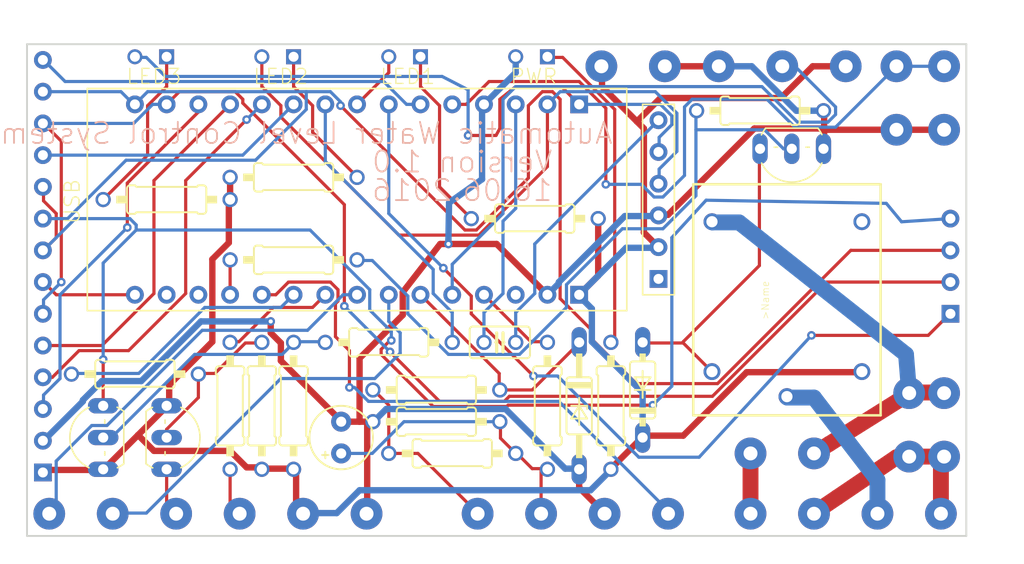
<source format=kicad_pcb>
(kicad_pcb (version 20171130) (host pcbnew "(5.1.2)-1")

  (general
    (thickness 1.6)
    (drawings 12)
    (tracks 491)
    (zones 0)
    (modules 44)
    (nets 50)
  )

  (page A4)
  (layers
    (0 Top signal)
    (31 Bottom signal)
    (32 B.Adhes user)
    (33 F.Adhes user)
    (34 B.Paste user)
    (35 F.Paste user)
    (36 B.SilkS user)
    (37 F.SilkS user)
    (38 B.Mask user)
    (39 F.Mask user)
    (40 Dwgs.User user)
    (41 Cmts.User user)
    (42 Eco1.User user)
    (43 Eco2.User user)
    (44 Edge.Cuts user)
    (45 Margin user)
    (46 B.CrtYd user)
    (47 F.CrtYd user)
    (48 B.Fab user)
    (49 F.Fab user)
  )

  (setup
    (last_trace_width 0.25)
    (trace_clearance 0.1524)
    (zone_clearance 0.508)
    (zone_45_only no)
    (trace_min 0.2)
    (via_size 0.8)
    (via_drill 0.4)
    (via_min_size 0.4)
    (via_min_drill 0.3)
    (uvia_size 0.3)
    (uvia_drill 0.1)
    (uvias_allowed no)
    (uvia_min_size 0.2)
    (uvia_min_drill 0.1)
    (edge_width 0.05)
    (segment_width 0.2)
    (pcb_text_width 0.3)
    (pcb_text_size 1.5 1.5)
    (mod_edge_width 0.12)
    (mod_text_size 1 1)
    (mod_text_width 0.15)
    (pad_size 1.524 1.524)
    (pad_drill 0.762)
    (pad_to_mask_clearance 0.051)
    (solder_mask_min_width 0.25)
    (aux_axis_origin 0 0)
    (visible_elements FFFFFF7F)
    (pcbplotparams
      (layerselection 0x010fc_ffffffff)
      (usegerberextensions false)
      (usegerberattributes false)
      (usegerberadvancedattributes false)
      (creategerberjobfile false)
      (excludeedgelayer true)
      (linewidth 0.100000)
      (plotframeref false)
      (viasonmask false)
      (mode 1)
      (useauxorigin false)
      (hpglpennumber 1)
      (hpglpenspeed 20)
      (hpglpendiameter 15.000000)
      (psnegative false)
      (psa4output false)
      (plotreference true)
      (plotvalue true)
      (plotinvisibletext false)
      (padsonsilk false)
      (subtractmaskfromsilk false)
      (outputformat 1)
      (mirror false)
      (drillshape 1)
      (scaleselection 1)
      (outputdirectory ""))
  )

  (net 0 "")
  (net 1 GND)
  (net 2 VCC)
  (net 3 "Net-(U$1-Pad3V3)")
  (net 4 "Net-(U$1-PadAREF)")
  (net 5 "Net-(R1-Pad2)")
  (net 6 "Net-(R9-Pad1)")
  (net 7 "Net-(R11-Pad2)")
  (net 8 "Net-(D4-PadC)")
  (net 9 "Net-(R17-Pad2)")
  (net 10 "Net-(U$1-PadRST2)")
  (net 11 "Net-(R2-Pad1)")
  (net 12 "Net-(LED1-Pad-)")
  (net 13 "Net-(PB1-Pad2)")
  (net 14 "Net-(C1-Pad2)")
  (net 15 "Net-(LED2-Pad-)")
  (net 16 "Net-(LED3-Pad-)")
  (net 17 "Net-(C1-Pad1)")
  (net 18 "Net-(U$2-PadEN)")
  (net 19 "Net-(D1-PadA)")
  (net 20 "Net-(RELAY1-PadSWCLOSED)")
  (net 21 "Net-(Q1-PadB)")
  (net 22 "Net-(C2-Pad+)")
  (net 23 "Net-(Q2-PadB)")
  (net 24 "Net-(LED1-Pad+)")
  (net 25 "Net-(LED2-Pad+)")
  (net 26 "Net-(LED3-Pad+)")
  (net 27 "Net-(Q3-PadB)")
  (net 28 "Net-(Q3-PadC)")
  (net 29 "Net-(R11-Pad1)")
  (net 30 "Net-(LCD1-PadSCK)")
  (net 31 "Net-(AUX1-Pad2)")
  (net 32 "Net-(FLT1-Pad1)")
  (net 33 "Net-(FLT1-Pad2)")
  (net 34 "Net-(PT-IN1-Pad2)")
  (net 35 "Net-(LCD1-PadMISO)")
  (net 36 "Net-(LCD1-PadMOSI)")
  (net 37 "Net-(LCD1-PadCS)")
  (net 38 "Net-(LCD1-PadD/C)")
  (net 39 "Net-(LCD1-PadRST)")
  (net 40 "Net-(LCD1-PadT_CS)")
  (net 41 "Net-(LCD1-PadSD_CS)")
  (net 42 "Net-(LCD1-PadT_IRQ)")
  (net 43 "Net-(AC-OUT1-Pad1)")
  (net 44 "Net-(AC-IN1-Pad2)")
  (net 45 "Net-(AC-IN1-Pad1)")
  (net 46 "Net-(RELAY1-PadSWCOMMON)")
  (net 47 "Net-(CT1-Pad1)")
  (net 48 "Net-(LCD1-PadLED)")
  (net 49 "Net-(PWR1-Pad+)")

  (net_class Default "This is the default net class."
    (clearance 0.1524)
    (trace_width 0.25)
    (via_dia 0.8)
    (via_drill 0.4)
    (uvia_dia 0.3)
    (uvia_drill 0.1)
    (add_net GND)
    (add_net "Net-(AC-IN1-Pad1)")
    (add_net "Net-(AC-IN1-Pad2)")
    (add_net "Net-(AC-OUT1-Pad1)")
    (add_net "Net-(AUX1-Pad2)")
    (add_net "Net-(C1-Pad1)")
    (add_net "Net-(C1-Pad2)")
    (add_net "Net-(C2-Pad+)")
    (add_net "Net-(CT1-Pad1)")
    (add_net "Net-(D1-PadA)")
    (add_net "Net-(D4-PadC)")
    (add_net "Net-(FLT1-Pad1)")
    (add_net "Net-(FLT1-Pad2)")
    (add_net "Net-(LCD1-PadCS)")
    (add_net "Net-(LCD1-PadD/C)")
    (add_net "Net-(LCD1-PadLED)")
    (add_net "Net-(LCD1-PadMISO)")
    (add_net "Net-(LCD1-PadMOSI)")
    (add_net "Net-(LCD1-PadRST)")
    (add_net "Net-(LCD1-PadSCK)")
    (add_net "Net-(LCD1-PadSD_CS)")
    (add_net "Net-(LCD1-PadT_CS)")
    (add_net "Net-(LCD1-PadT_IRQ)")
    (add_net "Net-(LED1-Pad+)")
    (add_net "Net-(LED1-Pad-)")
    (add_net "Net-(LED2-Pad+)")
    (add_net "Net-(LED2-Pad-)")
    (add_net "Net-(LED3-Pad+)")
    (add_net "Net-(LED3-Pad-)")
    (add_net "Net-(PB1-Pad2)")
    (add_net "Net-(PT-IN1-Pad2)")
    (add_net "Net-(PWR1-Pad+)")
    (add_net "Net-(Q1-PadB)")
    (add_net "Net-(Q2-PadB)")
    (add_net "Net-(Q3-PadB)")
    (add_net "Net-(Q3-PadC)")
    (add_net "Net-(R1-Pad2)")
    (add_net "Net-(R11-Pad1)")
    (add_net "Net-(R11-Pad2)")
    (add_net "Net-(R17-Pad2)")
    (add_net "Net-(R2-Pad1)")
    (add_net "Net-(R9-Pad1)")
    (add_net "Net-(RELAY1-PadSWCLOSED)")
    (add_net "Net-(RELAY1-PadSWCOMMON)")
    (add_net "Net-(U$1-Pad3V3)")
    (add_net "Net-(U$1-PadAREF)")
    (add_net "Net-(U$1-PadRST2)")
    (add_net "Net-(U$2-PadEN)")
    (add_net VCC)
  )

  (module water-pump:M02 (layer Top) (tedit 0) (tstamp 5CFD477F)
    (at 133.007 122.9056)
    (descr "Standard 2-pin 0.2\" header")
    (path /B9741D40)
    (fp_text reference 5V1 (at 0 0) (layer F.SilkS) hide
      (effects (font (size 1.27 1.27) (thickness 0.15)))
    )
    (fp_text value 5V (at -1.27 3.81) (layer F.Fab)
      (effects (font (size 1.2065 1.2065) (thickness 0.09652)) (justify left bottom))
    )
    (pad 2 thru_hole circle (at 5.08 0 90) (size 2.54 2.54) (drill 1.1176) (layers *.Cu *.Mask)
      (net 1 GND) (solder_mask_margin 0.0635))
    (pad 1 thru_hole circle (at 0 0 90) (size 2.54 2.54) (drill 1.1176) (layers *.Cu *.Mask)
      (net 2 VCC) (solder_mask_margin 0.0635))
  )

  (module water-pump:M02 (layer Top) (tedit 0) (tstamp 5CFD4784)
    (at 173.901 122.9056 180)
    (descr "Standard 2-pin 0.2\" header")
    (path /FA7065AD)
    (fp_text reference AC-IN1 (at 0 0 180) (layer F.SilkS) hide
      (effects (font (size 1.27 1.27) (thickness 0.15)) (justify right top))
    )
    (fp_text value AC-IN (at -1.27 3.81) (layer F.Fab)
      (effects (font (size 1.2065 1.2065) (thickness 0.09652)) (justify left bottom))
    )
    (pad 2 thru_hole circle (at 5.08 0 270) (size 2.54 2.54) (drill 1.1176) (layers *.Cu *.Mask)
      (net 44 "Net-(AC-IN1-Pad2)") (solder_mask_margin 0.0635))
    (pad 1 thru_hole circle (at 0 0 270) (size 2.54 2.54) (drill 1.1176) (layers *.Cu *.Mask)
      (net 45 "Net-(AC-IN1-Pad1)") (solder_mask_margin 0.0635))
  )

  (module water-pump:M02 (layer Top) (tedit 0) (tstamp 5CFD4789)
    (at 184.315 113.2536 270)
    (descr "Standard 2-pin 0.2\" header")
    (path /DFBCF031)
    (fp_text reference AC-OUT1 (at 0 0 270) (layer F.SilkS) hide
      (effects (font (size 1.27 1.27) (thickness 0.15)) (justify right top))
    )
    (fp_text value AC-OUT (at -1.27 3.81) (layer F.Fab)
      (effects (font (size 1.2065 1.2065) (thickness 0.09652)) (justify left bottom))
    )
    (pad 2 thru_hole circle (at 5.08 0) (size 2.54 2.54) (drill 1.1176) (layers *.Cu *.Mask)
      (net 45 "Net-(AC-IN1-Pad1)") (solder_mask_margin 0.0635))
    (pad 1 thru_hole circle (at 0 0) (size 2.54 2.54) (drill 1.1176) (layers *.Cu *.Mask)
      (net 43 "Net-(AC-OUT1-Pad1)") (solder_mask_margin 0.0635))
  )

  (module water-pump:M02 (layer Top) (tedit 0) (tstamp 5CFD478E)
    (at 157.137 122.9056)
    (descr "Standard 2-pin 0.2\" header")
    (path /A56E64F0)
    (fp_text reference AUX1 (at 0 0) (layer F.SilkS) hide
      (effects (font (size 1.27 1.27) (thickness 0.15)))
    )
    (fp_text value AUX (at -1.27 3.81) (layer F.Fab)
      (effects (font (size 1.2065 1.2065) (thickness 0.09652)) (justify left bottom))
    )
    (pad 2 thru_hole circle (at 5.08 0 90) (size 2.54 2.54) (drill 1.1176) (layers *.Cu *.Mask)
      (net 31 "Net-(AUX1-Pad2)") (solder_mask_margin 0.0635))
    (pad 1 thru_hole circle (at 0 0 90) (size 2.54 2.54) (drill 1.1176) (layers *.Cu *.Mask)
      (net 1 GND) (solder_mask_margin 0.0635))
  )

  (module water-pump:C025-025X050 (layer Top) (tedit 0) (tstamp 5CFD4793)
    (at 148.755 109.1896 180)
    (descr "<b>CAPACITOR</b><p>\ngrid 2.5 mm, outline 2.5 x 5 mm")
    (path /AC59532D)
    (fp_text reference C1 (at -2.286 -1.524 180) (layer F.SilkS) hide
      (effects (font (size 1.2065 1.2065) (thickness 0.127)) (justify right top))
    )
    (fp_text value 0.1uF (at -2.286 2.794) (layer F.Fab)
      (effects (font (size 1.2065 1.2065) (thickness 0.12065)) (justify right top))
    )
    (fp_line (start -0.381 0) (end -0.762 0) (layer F.Fab) (width 0.1524))
    (fp_line (start -0.254 0) (end -0.381 0) (layer F.SilkS) (width 0.1524))
    (fp_line (start -0.254 0) (end -0.254 0.762) (layer F.SilkS) (width 0.254))
    (fp_line (start -0.254 -0.762) (end -0.254 0) (layer F.SilkS) (width 0.254))
    (fp_line (start 0.254 0) (end 0.254 0.762) (layer F.SilkS) (width 0.254))
    (fp_line (start 0.254 0) (end 0.254 -0.762) (layer F.SilkS) (width 0.254))
    (fp_line (start 0.381 0) (end 0.254 0) (layer F.SilkS) (width 0.1524))
    (fp_line (start 0.762 0) (end 0.381 0) (layer F.Fab) (width 0.1524))
    (fp_arc (start -2.159 1.016) (end -2.413 1.016) (angle -90) (layer F.SilkS) (width 0.1524))
    (fp_arc (start 2.159 1.016) (end 2.159 1.27) (angle -90) (layer F.SilkS) (width 0.1524))
    (fp_arc (start -2.159 -1.016) (end -2.413 -1.016) (angle 90) (layer F.SilkS) (width 0.1524))
    (fp_arc (start 2.159 -1.016) (end 2.159 -1.27) (angle 90) (layer F.SilkS) (width 0.1524))
    (fp_line (start -2.413 -1.016) (end -2.413 1.016) (layer F.SilkS) (width 0.1524))
    (fp_line (start 2.413 -1.016) (end 2.413 1.016) (layer F.SilkS) (width 0.1524))
    (fp_line (start 2.159 1.27) (end -2.159 1.27) (layer F.SilkS) (width 0.1524))
    (fp_line (start -2.159 -1.27) (end 2.159 -1.27) (layer F.SilkS) (width 0.1524))
    (pad 2 thru_hole circle (at 1.27 0 180) (size 1.2192 1.2192) (drill 0.8128) (layers *.Cu *.Mask)
      (net 14 "Net-(C1-Pad2)") (solder_mask_margin 0.0635))
    (pad 1 thru_hole circle (at -1.27 0 180) (size 1.2192 1.2192) (drill 0.8128) (layers *.Cu *.Mask)
      (net 17 "Net-(C1-Pad1)") (solder_mask_margin 0.0635))
  )

  (module water-pump:E2,5-5 (layer Top) (tedit 0) (tstamp 5CFD47A8)
    (at 136.055 116.8096 90)
    (descr "<b>ELECTROLYTIC CAPACITOR</b><p>\ngrid 2.54 mm, diameter 5 mm")
    (path /8350CC17)
    (fp_text reference C2 (at 2.413 -1.27 90) (layer F.SilkS) hide
      (effects (font (size 1.2065 1.2065) (thickness 0.127)) (justify left bottom))
    )
    (fp_text value 10uF (at 2.413 2.413 90) (layer F.Fab)
      (effects (font (size 1.2065 1.2065) (thickness 0.12065)) (justify right top))
    )
    (fp_poly (pts (xy 0.254 1.27) (xy 0.762 1.27) (xy 0.762 -1.27) (xy 0.254 -1.27)) (layer F.Fab) (width 0))
    (fp_circle (center 0 0) (end 2.54 0) (layer F.SilkS) (width 0.1524))
    (fp_line (start 0.635 0) (end 1.651 0) (layer F.Fab) (width 0.1524))
    (fp_line (start -0.762 -1.27) (end -0.762 0) (layer F.Fab) (width 0.1524))
    (fp_line (start -0.254 -1.27) (end -0.762 -1.27) (layer F.Fab) (width 0.1524))
    (fp_line (start -0.254 1.27) (end -0.254 -1.27) (layer F.Fab) (width 0.1524))
    (fp_line (start -0.762 1.27) (end -0.254 1.27) (layer F.Fab) (width 0.1524))
    (fp_line (start -0.762 0) (end -0.762 1.27) (layer F.Fab) (width 0.1524))
    (fp_line (start -1.651 0) (end -0.762 0) (layer F.Fab) (width 0.1524))
    (fp_line (start -1.397 -1.27) (end -1.397 -1.524) (layer F.SilkS) (width 0.1524))
    (fp_line (start -1.397 -1.27) (end -1.143 -1.27) (layer F.SilkS) (width 0.1524))
    (fp_line (start -1.397 -1.016) (end -1.397 -1.27) (layer F.SilkS) (width 0.1524))
    (fp_line (start -1.651 -1.27) (end -1.397 -1.27) (layer F.SilkS) (width 0.1524))
    (pad + thru_hole circle (at -1.27 0 90) (size 1.6002 1.6002) (drill 0.8128) (layers *.Cu *.Mask)
      (net 22 "Net-(C2-Pad+)") (solder_mask_margin 0.0635))
    (pad - thru_hole circle (at 1.27 0 90) (size 1.6002 1.6002) (drill 0.8128) (layers *.Cu *.Mask)
      (net 1 GND) (solder_mask_margin 0.0635))
  )

  (module water-pump:M02 (layer Top) (tedit 0) (tstamp 5CFD47BA)
    (at 146.977 122.9056)
    (descr "Standard 2-pin 0.2\" header")
    (path /3F60F7A7)
    (fp_text reference CT1 (at 0 0) (layer F.SilkS) hide
      (effects (font (size 1.27 1.27) (thickness 0.15)))
    )
    (fp_text value CT (at -1.27 3.81) (layer F.Fab)
      (effects (font (size 1.2065 1.2065) (thickness 0.09652)) (justify left bottom))
    )
    (pad 2 thru_hole circle (at 5.08 0 90) (size 2.54 2.54) (drill 1.1176) (layers *.Cu *.Mask)
      (net 22 "Net-(C2-Pad+)") (solder_mask_margin 0.0635))
    (pad 1 thru_hole circle (at 0 0 90) (size 2.54 2.54) (drill 1.1176) (layers *.Cu *.Mask)
      (net 47 "Net-(CT1-Pad1)") (solder_mask_margin 0.0635))
  )

  (module water-pump:DO35-7 (layer Top) (tedit 0) (tstamp 5CFD47BF)
    (at 160.185 112.9996 90)
    (descr "<B>DIODE</B><p>\ndiameter 2 mm, horizontal, grid 7.62 mm")
    (path /C78C3FBD)
    (fp_text reference D1 (at -2.286 -1.27 90) (layer F.SilkS) hide
      (effects (font (size 1.2065 1.2065) (thickness 0.127)) (justify left bottom))
    )
    (fp_text value 1N4148DO35-7 (at -2.286 2.667 90) (layer F.Fab) hide
      (effects (font (size 1.2065 1.2065) (thickness 0.127)) (justify left bottom))
    )
    (fp_poly (pts (xy -2.921 0.254) (xy -2.286 0.254) (xy -2.286 -0.254) (xy -2.921 -0.254)) (layer F.SilkS) (width 0))
    (fp_poly (pts (xy 2.286 0.254) (xy 2.921 0.254) (xy 2.921 -0.254) (xy 2.286 -0.254)) (layer F.SilkS) (width 0))
    (fp_poly (pts (xy -1.905 1.016) (xy -1.397 1.016) (xy -1.397 -1.016) (xy -1.905 -1.016)) (layer F.SilkS) (width 0))
    (fp_line (start -2.032 -1.016) (end 2.032 -1.016) (layer F.SilkS) (width 0.1524))
    (fp_line (start -2.286 -0.762) (end -2.286 0.762) (layer F.SilkS) (width 0.1524))
    (fp_line (start -2.032 1.016) (end 2.032 1.016) (layer F.SilkS) (width 0.1524))
    (fp_arc (start -2.032 0.762) (end -2.286 0.762) (angle -90) (layer F.SilkS) (width 0.1524))
    (fp_arc (start -2.032 -0.762) (end -2.286 -0.762) (angle 90) (layer F.SilkS) (width 0.1524))
    (fp_arc (start 2.032 0.762) (end 2.032 1.016) (angle -90) (layer F.SilkS) (width 0.1524))
    (fp_line (start 2.286 -0.762) (end 2.286 0.762) (layer F.SilkS) (width 0.1524))
    (fp_arc (start 2.032 -0.762) (end 2.032 -1.016) (angle 90) (layer F.SilkS) (width 0.1524))
    (fp_line (start 0 0) (end 0 0.635) (layer F.SilkS) (width 0.1524))
    (fp_line (start 0 -0.635) (end 0 0) (layer F.SilkS) (width 0.1524))
    (fp_line (start 0 0) (end 1.016 -0.635) (layer F.SilkS) (width 0.1524))
    (fp_line (start 0 0) (end 1.524 0) (layer F.SilkS) (width 0.1524))
    (fp_line (start 1.016 0.635) (end 0 0) (layer F.SilkS) (width 0.1524))
    (fp_line (start 1.016 -0.635) (end 1.016 0.635) (layer F.SilkS) (width 0.1524))
    (fp_line (start -0.635 0) (end 0 0) (layer F.SilkS) (width 0.1524))
    (fp_line (start -3.81 0) (end -2.921 0) (layer F.Fab) (width 0.508))
    (fp_line (start 3.81 0) (end 2.921 0) (layer F.Fab) (width 0.508))
    (pad A thru_hole oval (at 3.81 0 90) (size 2.4384 1.2192) (drill 0.8128) (layers *.Cu *.Mask)
      (net 19 "Net-(D1-PadA)") (solder_mask_margin 0.0635))
    (pad C thru_hole oval (at -3.81 0 90) (size 2.4384 1.2192) (drill 0.8128) (layers *.Cu *.Mask)
      (net 2 VCC) (solder_mask_margin 0.0635))
  )

  (module water-pump:DO35Z10 (layer Top) (tedit 0) (tstamp 5CFD47D8)
    (at 155.105 114.2696 270)
    (descr "<B>DIODE</B><p>\ndiameter 2 mm, horizontal, grid 10.16mm")
    (path /04403A79)
    (fp_text reference D4 (at -2.286 -1.27 270) (layer F.SilkS) hide
      (effects (font (size 1.2065 1.2065) (thickness 0.127)) (justify right top))
    )
    (fp_text value ZPD (at -2.286 2.54 270) (layer F.Fab) hide
      (effects (font (size 1.2065 1.2065) (thickness 0.127)) (justify right top))
    )
    (fp_poly (pts (xy -4.191 0.254) (xy -2.286 0.254) (xy -2.286 -0.254) (xy -4.191 -0.254)) (layer F.SilkS) (width 0))
    (fp_poly (pts (xy 2.286 0.254) (xy 4.191 0.254) (xy 4.191 -0.254) (xy 2.286 -0.254)) (layer F.SilkS) (width 0))
    (fp_poly (pts (xy -1.905 1.016) (xy -1.397 1.016) (xy -1.397 -1.016) (xy -1.905 -1.016)) (layer F.SilkS) (width 0))
    (fp_line (start -2.032 1.016) (end 2.032 1.016) (layer F.SilkS) (width 0.1524))
    (fp_line (start -2.032 -1.016) (end 2.032 -1.016) (layer F.SilkS) (width 0.1524))
    (fp_line (start -2.286 -0.762) (end -2.286 0.762) (layer F.SilkS) (width 0.1524))
    (fp_line (start 2.286 -0.762) (end 2.286 0.762) (layer F.SilkS) (width 0.1524))
    (fp_arc (start 2.032 0.762) (end 2.032 1.016) (angle -90) (layer F.SilkS) (width 0.1524))
    (fp_arc (start -2.032 0.762) (end -2.286 0.762) (angle -90) (layer F.SilkS) (width 0.1524))
    (fp_arc (start -2.032 -0.762) (end -2.286 -0.762) (angle 90) (layer F.SilkS) (width 0.1524))
    (fp_arc (start 2.032 -0.762) (end 2.032 -1.016) (angle 90) (layer F.SilkS) (width 0.1524))
    (fp_line (start 0 -0.635) (end 0 0) (layer F.SilkS) (width 0.1524))
    (fp_line (start 0.254 -0.635) (end 0 -0.635) (layer F.SilkS) (width 0.1524))
    (fp_line (start 0 0) (end 0 0.635) (layer F.SilkS) (width 0.1524))
    (fp_line (start 0 0) (end 1.016 -0.635) (layer F.SilkS) (width 0.1524))
    (fp_line (start 0 0) (end 1.524 0) (layer F.SilkS) (width 0.1524))
    (fp_line (start 1.016 0.635) (end 0 0) (layer F.SilkS) (width 0.1524))
    (fp_line (start 1.016 -0.635) (end 1.016 0.635) (layer F.SilkS) (width 0.1524))
    (fp_line (start -0.635 0) (end 0 0) (layer F.SilkS) (width 0.1524))
    (fp_line (start -5.08 0) (end -4.191 0) (layer F.Fab) (width 0.508))
    (fp_line (start 5.08 0) (end 4.191 0) (layer F.Fab) (width 0.508))
    (pad A thru_hole oval (at 5.08 0 270) (size 2.4384 1.2192) (drill 0.8128) (layers *.Cu *.Mask)
      (net 1 GND) (solder_mask_margin 0.0635))
    (pad C thru_hole oval (at -5.08 0 270) (size 2.4384 1.2192) (drill 0.8128) (layers *.Cu *.Mask)
      (net 8 "Net-(D4-PadC)") (solder_mask_margin 0.0635))
  )

  (module water-pump:M02 (layer Top) (tedit 0) (tstamp 5CFD47F2)
    (at 156.883 87.0916)
    (descr "Standard 2-pin 0.2\" header")
    (path /75F1FB0E)
    (fp_text reference DC-IN1 (at 0 0) (layer F.SilkS) hide
      (effects (font (size 1.27 1.27) (thickness 0.15)))
    )
    (fp_text value DC-IN (at -1.27 3.81) (layer F.Fab)
      (effects (font (size 1.2065 1.2065) (thickness 0.09652)) (justify left bottom))
    )
    (pad 2 thru_hole circle (at 5.08 0 90) (size 2.54 2.54) (drill 1.1176) (layers *.Cu *.Mask)
      (net 1 GND) (solder_mask_margin 0.0635))
    (pad 1 thru_hole circle (at 0 0 90) (size 2.54 2.54) (drill 1.1176) (layers *.Cu *.Mask)
      (net 2 VCC) (solder_mask_margin 0.0635))
  )

  (module water-pump:M02 (layer Top) (tedit 0) (tstamp 5CFD47F7)
    (at 112.687 122.9056)
    (descr "Standard 2-pin 0.2\" header")
    (path /9D3D34D4)
    (fp_text reference FLT1 (at 0 0) (layer F.SilkS) hide
      (effects (font (size 1.27 1.27) (thickness 0.15)))
    )
    (fp_text value FLT (at -1.27 3.81) (layer F.Fab)
      (effects (font (size 1.2065 1.2065) (thickness 0.09652)) (justify left bottom))
    )
    (pad 2 thru_hole circle (at 5.08 0 90) (size 2.54 2.54) (drill 1.1176) (layers *.Cu *.Mask)
      (net 33 "Net-(FLT1-Pad2)") (solder_mask_margin 0.0635))
    (pad 1 thru_hole circle (at 0 0 90) (size 2.54 2.54) (drill 1.1176) (layers *.Cu *.Mask)
      (net 32 "Net-(FLT1-Pad1)") (solder_mask_margin 0.0635))
  )

  (module water-pump:LCD (layer Top) (tedit 0) (tstamp 5CFD47FC)
    (at 112.179 119.6036)
    (path /4A66F212)
    (fp_text reference LCD1 (at 0 0) (layer F.SilkS) hide
      (effects (font (size 1.27 1.27) (thickness 0.15)))
    )
    (fp_text value LCD (at 0 0) (layer F.SilkS) hide
      (effects (font (size 1.27 1.27) (thickness 0.15)))
    )
    (pad SD_SCK thru_hole circle (at 72.644 -20.32) (size 1.4224 1.4224) (drill 0.8) (layers *.Cu *.Mask)
      (net 48 "Net-(LCD1-PadLED)") (solder_mask_margin 0.0635))
    (pad SD_MISO thru_hole circle (at 72.644 -17.78) (size 1.4224 1.4224) (drill 0.8) (layers *.Cu *.Mask)
      (net 35 "Net-(LCD1-PadMISO)") (solder_mask_margin 0.0635))
    (pad SD_MOSI thru_hole circle (at 72.644 -15.24) (size 1.4224 1.4224) (drill 0.8) (layers *.Cu *.Mask)
      (net 36 "Net-(LCD1-PadMOSI)") (solder_mask_margin 0.0635))
    (pad SD_CS thru_hole rect (at 72.644 -12.7) (size 1.4224 1.4224) (drill 0.8) (layers *.Cu *.Mask)
      (net 41 "Net-(LCD1-PadSD_CS)") (solder_mask_margin 0.0635))
    (pad T_IRQ thru_hole circle (at 0 -33.02 90) (size 1.4224 1.4224) (drill 0.8) (layers *.Cu *.Mask)
      (net 42 "Net-(LCD1-PadT_IRQ)") (solder_mask_margin 0.0635))
    (pad T_DO thru_hole circle (at 0 -30.48 90) (size 1.4224 1.4224) (drill 0.8) (layers *.Cu *.Mask)
      (net 35 "Net-(LCD1-PadMISO)") (solder_mask_margin 0.0635))
    (pad T_DIN thru_hole circle (at 0 -27.94 90) (size 1.4224 1.4224) (drill 0.8) (layers *.Cu *.Mask)
      (net 36 "Net-(LCD1-PadMOSI)") (solder_mask_margin 0.0635))
    (pad T_CS thru_hole circle (at 0 -25.4 90) (size 1.4224 1.4224) (drill 0.8) (layers *.Cu *.Mask)
      (net 40 "Net-(LCD1-PadT_CS)") (solder_mask_margin 0.0635))
    (pad T_CLK thru_hole circle (at 0 -22.86 90) (size 1.4224 1.4224) (drill 0.8) (layers *.Cu *.Mask)
      (net 48 "Net-(LCD1-PadLED)") (solder_mask_margin 0.0635))
    (pad MISO thru_hole circle (at 0 -20.32 90) (size 1.4224 1.4224) (drill 0.8) (layers *.Cu *.Mask)
      (net 35 "Net-(LCD1-PadMISO)") (solder_mask_margin 0.0635))
    (pad LED thru_hole circle (at 0 -17.78 90) (size 1.4224 1.4224) (drill 0.8) (layers *.Cu *.Mask)
      (net 48 "Net-(LCD1-PadLED)") (solder_mask_margin 0.0635))
    (pad SCK thru_hole circle (at 0 -15.24 90) (size 1.4224 1.4224) (drill 0.8) (layers *.Cu *.Mask)
      (net 30 "Net-(LCD1-PadSCK)") (solder_mask_margin 0.0635))
    (pad MOSI thru_hole circle (at 0 -12.7 90) (size 1.4224 1.4224) (drill 0.8) (layers *.Cu *.Mask)
      (net 36 "Net-(LCD1-PadMOSI)") (solder_mask_margin 0.0635))
    (pad D/C thru_hole circle (at 0 -10.16 90) (size 1.4224 1.4224) (drill 0.8) (layers *.Cu *.Mask)
      (net 38 "Net-(LCD1-PadD/C)") (solder_mask_margin 0.0635))
    (pad RST thru_hole circle (at 0 -7.62 90) (size 1.4224 1.4224) (drill 0.8) (layers *.Cu *.Mask)
      (net 39 "Net-(LCD1-PadRST)") (solder_mask_margin 0.0635))
    (pad CS thru_hole circle (at 0 -5.08 90) (size 1.4224 1.4224) (drill 0.8) (layers *.Cu *.Mask)
      (net 37 "Net-(LCD1-PadCS)") (solder_mask_margin 0.0635))
    (pad GND thru_hole circle (at 0 -2.54 90) (size 1.4224 1.4224) (drill 0.8) (layers *.Cu *.Mask)
      (net 1 GND) (solder_mask_margin 0.0635))
    (pad VCC thru_hole rect (at 0 0 90) (size 1.4224 1.4224) (drill 0.8) (layers *.Cu *.Mask)
      (net 2 VCC) (solder_mask_margin 0.0635))
  )

  (module water-pump:M02 (layer Top) (tedit 0) (tstamp 5CFD4811)
    (at 180.505 92.1716 90)
    (descr "Standard 2-pin 0.2\" header")
    (path /D85E3BD8)
    (fp_text reference PB1 (at 0 0 90) (layer F.SilkS) hide
      (effects (font (size 1.27 1.27) (thickness 0.15)))
    )
    (fp_text value PB1 (at -1.27 3.81 90) (layer F.Fab)
      (effects (font (size 1.2065 1.2065) (thickness 0.09652)) (justify left bottom))
    )
    (pad 2 thru_hole circle (at 5.08 0 180) (size 2.54 2.54) (drill 1.1176) (layers *.Cu *.Mask)
      (net 13 "Net-(PB1-Pad2)") (solder_mask_margin 0.0635))
    (pad 1 thru_hole circle (at 0 0 180) (size 2.54 2.54) (drill 1.1176) (layers *.Cu *.Mask)
      (net 1 GND) (solder_mask_margin 0.0635))
  )

  (module water-pump:M02 (layer Top) (tedit 0) (tstamp 5CFD4816)
    (at 184.315 87.0916 270)
    (descr "Standard 2-pin 0.2\" header")
    (path /5C773176)
    (fp_text reference PB2 (at 0 0 270) (layer F.SilkS) hide
      (effects (font (size 1.27 1.27) (thickness 0.15)) (justify right top))
    )
    (fp_text value PB2 (at -1.27 3.81 90) (layer F.Fab)
      (effects (font (size 1.2065 1.2065) (thickness 0.09652)) (justify left bottom))
    )
    (pad 2 thru_hole circle (at 5.08 0) (size 2.54 2.54) (drill 1.1176) (layers *.Cu *.Mask)
      (net 1 GND) (solder_mask_margin 0.0635))
    (pad 1 thru_hole circle (at 0 0) (size 2.54 2.54) (drill 1.1176) (layers *.Cu *.Mask)
      (net 13 "Net-(PB1-Pad2)") (solder_mask_margin 0.0635))
  )

  (module water-pump:M02 (layer Top) (tedit 0) (tstamp 5CFD481B)
    (at 181.521 113.2536 270)
    (descr "Standard 2-pin 0.2\" header")
    (path /83CF6EF1)
    (fp_text reference PT-220V1 (at 0 0 270) (layer F.SilkS) hide
      (effects (font (size 1.27 1.27) (thickness 0.15)) (justify right top))
    )
    (fp_text value PT-220V (at -1.27 3.81) (layer F.Fab)
      (effects (font (size 1.2065 1.2065) (thickness 0.09652)) (justify left bottom))
    )
    (pad 2 thru_hole circle (at 5.08 0) (size 2.54 2.54) (drill 1.1176) (layers *.Cu *.Mask)
      (net 45 "Net-(AC-IN1-Pad1)") (solder_mask_margin 0.0635))
    (pad 1 thru_hole circle (at 0 0) (size 2.54 2.54) (drill 1.1176) (layers *.Cu *.Mask)
      (net 43 "Net-(AC-OUT1-Pad1)") (solder_mask_margin 0.0635))
  )

  (module water-pump:M03 (layer Top) (tedit 0) (tstamp 5CFD4820)
    (at 176.441 87.0916 180)
    (descr "Standard 3-pin 0.2\" header")
    (path /5020717B)
    (fp_text reference PT-IN1 (at 0 0 180) (layer F.SilkS) hide
      (effects (font (size 1.27 1.27) (thickness 0.15)) (justify right top))
    )
    (fp_text value PT-IN (at -1.27 3.81) (layer F.Fab)
      (effects (font (size 1.2065 1.2065) (thickness 0.09652)) (justify left bottom))
    )
    (pad 3 thru_hole circle (at 10.16 0 270) (size 2.54 2.54) (drill 1.1176) (layers *.Cu *.Mask)
      (net 1 GND) (solder_mask_margin 0.0635))
    (pad 2 thru_hole circle (at 5.08 0 270) (size 2.54 2.54) (drill 1.1176) (layers *.Cu *.Mask)
      (net 34 "Net-(PT-IN1-Pad2)") (solder_mask_margin 0.0635))
    (pad 1 thru_hole circle (at 0 0 270) (size 2.54 2.54) (drill 1.1176) (layers *.Cu *.Mask)
      (net 2 VCC) (solder_mask_margin 0.0635))
  )

  (module water-pump:TO92-EBC (layer Top) (tedit 0) (tstamp 5CFD4826)
    (at 172.123 94.9656 180)
    (descr "<b>TO-92</b> Pads In Line E B C from top<p>")
    (path /6F4A0AEF)
    (fp_text reference Q1 (at -2.54 -1.778 180) (layer F.SilkS) hide
      (effects (font (size 1.2065 1.2065) (thickness 0.127)) (justify right top))
    )
    (fp_text value 2N3904 (at -2.54 4.572) (layer F.Fab)
      (effects (font (size 1.2065 1.2065) (thickness 0.12065)) (justify left bottom))
    )
    (fp_arc (start 0.000492 1.26989) (end 2.095 2.921) (angle -13.6094) (layer F.SilkS) (width 0.127))
    (fp_line (start 1.404 1.397) (end 1.136 1.397) (layer F.SilkS) (width 0.127))
    (fp_line (start 2.664 1.397) (end 1.404 1.397) (layer F.Fab) (width 0.127))
    (fp_arc (start 0.000004 1.270073) (end 2.664 1.397) (angle -27.9376) (layer F.Fab) (width 0.127))
    (fp_arc (start 0.000004 1.269908) (end 2.413 2.4059) (angle -22.4788) (layer F.Fab) (width 0.127))
    (fp_line (start -1.136 1.397) (end -1.404 1.397) (layer F.SilkS) (width 0.127))
    (fp_arc (start -0.000495 1.269893) (end -2.4135 2.4059) (angle -13.0385) (layer F.SilkS) (width 0.127))
    (fp_line (start -1.404 1.397) (end -2.664 1.397) (layer F.Fab) (width 0.127))
    (fp_arc (start -0.000004 1.269908) (end -2.664 1.397) (angle -22.4788) (layer F.Fab) (width 0.127))
    (fp_arc (start -0.000004 1.270073) (end -2.413 0.1341) (angle -27.9376) (layer F.Fab) (width 0.127))
    (fp_line (start 1.136 1.397) (end -1.136 1.397) (layer F.Fab) (width 0.127))
    (fp_arc (start 0 1.270008) (end -2.413 0.1341) (angle 129.583) (layer F.SilkS) (width 0.127))
    (fp_line (start -2.095 2.921) (end 2.095 2.921) (layer F.SilkS) (width 0.127))
    (pad B thru_hole oval (at 0 1.27 270) (size 2.4384 1.2192) (drill 0.8128) (layers *.Cu *.Mask)
      (net 21 "Net-(Q1-PadB)") (solder_mask_margin 0.0635))
    (pad E thru_hole oval (at -2.54 1.27 270) (size 2.4384 1.2192) (drill 0.8128) (layers *.Cu *.Mask)
      (net 1 GND) (solder_mask_margin 0.0635))
    (pad C thru_hole oval (at 2.54 1.27 270) (size 2.4384 1.2192) (drill 0.8128) (layers *.Cu *.Mask)
      (net 19 "Net-(D1-PadA)") (solder_mask_margin 0.0635))
  )

  (module water-pump:TO92-EBC (layer Top) (tedit 0) (tstamp 5CFD4839)
    (at 115.735 116.8096 90)
    (descr "<b>TO-92</b> Pads In Line E B C from top<p>")
    (path /64378435)
    (fp_text reference Q2 (at -2.54 -1.778 90) (layer F.SilkS) hide
      (effects (font (size 1.2065 1.2065) (thickness 0.127)) (justify left bottom))
    )
    (fp_text value 2N3906 (at -2.54 4.572 90) (layer F.Fab)
      (effects (font (size 1.2065 1.2065) (thickness 0.12065)) (justify left bottom))
    )
    (fp_arc (start 0.000492 1.26989) (end 2.095 2.921) (angle -13.6094) (layer F.SilkS) (width 0.127))
    (fp_line (start 1.404 1.397) (end 1.136 1.397) (layer F.SilkS) (width 0.127))
    (fp_line (start 2.664 1.397) (end 1.404 1.397) (layer F.Fab) (width 0.127))
    (fp_arc (start 0.000004 1.270073) (end 2.664 1.397) (angle -27.9376) (layer F.Fab) (width 0.127))
    (fp_arc (start 0.000004 1.269908) (end 2.413 2.4059) (angle -22.4788) (layer F.Fab) (width 0.127))
    (fp_line (start -1.136 1.397) (end -1.404 1.397) (layer F.SilkS) (width 0.127))
    (fp_arc (start -0.000495 1.269893) (end -2.4135 2.4059) (angle -13.0385) (layer F.SilkS) (width 0.127))
    (fp_line (start -1.404 1.397) (end -2.664 1.397) (layer F.Fab) (width 0.127))
    (fp_arc (start -0.000004 1.269908) (end -2.664 1.397) (angle -22.4788) (layer F.Fab) (width 0.127))
    (fp_arc (start -0.000004 1.270073) (end -2.413 0.1341) (angle -27.9376) (layer F.Fab) (width 0.127))
    (fp_line (start 1.136 1.397) (end -1.136 1.397) (layer F.Fab) (width 0.127))
    (fp_arc (start 0 1.270008) (end -2.413 0.1341) (angle 129.583) (layer F.SilkS) (width 0.127))
    (fp_line (start -2.095 2.921) (end 2.095 2.921) (layer F.SilkS) (width 0.127))
    (pad B thru_hole oval (at 0 1.27 180) (size 2.4384 1.2192) (drill 0.8128) (layers *.Cu *.Mask)
      (net 23 "Net-(Q2-PadB)") (solder_mask_margin 0.0635))
    (pad E thru_hole oval (at -2.54 1.27 180) (size 2.4384 1.2192) (drill 0.8128) (layers *.Cu *.Mask)
      (net 2 VCC) (solder_mask_margin 0.0635))
    (pad C thru_hole oval (at 2.54 1.27 180) (size 2.4384 1.2192) (drill 0.8128) (layers *.Cu *.Mask)
      (net 48 "Net-(LCD1-PadLED)") (solder_mask_margin 0.0635))
  )

  (module water-pump:TO92-EBC (layer Top) (tedit 0) (tstamp 5CFD484C)
    (at 123.355 116.8096 270)
    (descr "<b>TO-92</b> Pads In Line E B C from top<p>")
    (path /0266D542)
    (fp_text reference Q3 (at -2.54 -1.778 270) (layer F.SilkS) hide
      (effects (font (size 1.2065 1.2065) (thickness 0.127)) (justify right top))
    )
    (fp_text value 2N3906 (at -2.54 4.572 90) (layer F.Fab)
      (effects (font (size 1.2065 1.2065) (thickness 0.12065)) (justify left bottom))
    )
    (fp_arc (start 0.000492 1.26989) (end 2.095 2.921) (angle -13.6094) (layer F.SilkS) (width 0.127))
    (fp_line (start 1.404 1.397) (end 1.136 1.397) (layer F.SilkS) (width 0.127))
    (fp_line (start 2.664 1.397) (end 1.404 1.397) (layer F.Fab) (width 0.127))
    (fp_arc (start 0.000004 1.270073) (end 2.664 1.397) (angle -27.9376) (layer F.Fab) (width 0.127))
    (fp_arc (start 0.000004 1.269908) (end 2.413 2.4059) (angle -22.4788) (layer F.Fab) (width 0.127))
    (fp_line (start -1.136 1.397) (end -1.404 1.397) (layer F.SilkS) (width 0.127))
    (fp_arc (start -0.000495 1.269893) (end -2.4135 2.4059) (angle -13.0385) (layer F.SilkS) (width 0.127))
    (fp_line (start -1.404 1.397) (end -2.664 1.397) (layer F.Fab) (width 0.127))
    (fp_arc (start -0.000004 1.269908) (end -2.664 1.397) (angle -22.4788) (layer F.Fab) (width 0.127))
    (fp_arc (start -0.000004 1.270073) (end -2.413 0.1341) (angle -27.9376) (layer F.Fab) (width 0.127))
    (fp_line (start 1.136 1.397) (end -1.136 1.397) (layer F.Fab) (width 0.127))
    (fp_arc (start 0 1.270008) (end -2.413 0.1341) (angle 129.583) (layer F.SilkS) (width 0.127))
    (fp_line (start -2.095 2.921) (end 2.095 2.921) (layer F.SilkS) (width 0.127))
    (pad B thru_hole oval (at 0 1.27) (size 2.4384 1.2192) (drill 0.8128) (layers *.Cu *.Mask)
      (net 27 "Net-(Q3-PadB)") (solder_mask_margin 0.0635))
    (pad E thru_hole oval (at -2.54 1.27) (size 2.4384 1.2192) (drill 0.8128) (layers *.Cu *.Mask)
      (net 2 VCC) (solder_mask_margin 0.0635))
    (pad C thru_hole oval (at 2.54 1.27) (size 2.4384 1.2192) (drill 0.8128) (layers *.Cu *.Mask)
      (net 28 "Net-(Q3-PadC)") (solder_mask_margin 0.0635))
  )

  (module water-pump:0207_10 (layer Top) (tedit 0) (tstamp 5CFD485F)
    (at 132.245 102.5856 180)
    (descr "<b>RESISTOR</b><p>\ntype 0207, grid 10 mm")
    (path /2B559F24)
    (fp_text reference R1 (at -3.048 -1.524 180) (layer F.SilkS) hide
      (effects (font (size 1.2065 1.2065) (thickness 0.127)) (justify right top))
    )
    (fp_text value 1K (at -2.2606 0.635) (layer F.Fab)
      (effects (font (size 1.2065 1.2065) (thickness 0.12065)) (justify left bottom))
    )
    (fp_poly (pts (xy -4.0386 0.3048) (xy -3.175 0.3048) (xy -3.175 -0.3048) (xy -4.0386 -0.3048)) (layer F.SilkS) (width 0))
    (fp_poly (pts (xy 3.175 0.3048) (xy 4.0386 0.3048) (xy 4.0386 -0.3048) (xy 3.175 -0.3048)) (layer F.SilkS) (width 0))
    (fp_line (start 3.175 0.889) (end 3.175 -0.889) (layer F.SilkS) (width 0.1524))
    (fp_line (start 2.921 1.143) (end 2.54 1.143) (layer F.SilkS) (width 0.1524))
    (fp_line (start 2.921 -1.143) (end 2.54 -1.143) (layer F.SilkS) (width 0.1524))
    (fp_line (start 2.413 1.016) (end -2.413 1.016) (layer F.SilkS) (width 0.1524))
    (fp_line (start 2.413 1.016) (end 2.54 1.143) (layer F.SilkS) (width 0.1524))
    (fp_line (start 2.413 -1.016) (end -2.413 -1.016) (layer F.SilkS) (width 0.1524))
    (fp_line (start 2.413 -1.016) (end 2.54 -1.143) (layer F.SilkS) (width 0.1524))
    (fp_line (start -2.413 1.016) (end -2.54 1.143) (layer F.SilkS) (width 0.1524))
    (fp_line (start -2.921 1.143) (end -2.54 1.143) (layer F.SilkS) (width 0.1524))
    (fp_line (start -2.413 -1.016) (end -2.54 -1.143) (layer F.SilkS) (width 0.1524))
    (fp_line (start -2.921 -1.143) (end -2.54 -1.143) (layer F.SilkS) (width 0.1524))
    (fp_line (start -3.175 0.889) (end -3.175 -0.889) (layer F.SilkS) (width 0.1524))
    (fp_arc (start 2.921 -0.889) (end 2.921 -1.143) (angle 90) (layer F.SilkS) (width 0.1524))
    (fp_arc (start 2.921 0.889) (end 2.921 1.143) (angle -90) (layer F.SilkS) (width 0.1524))
    (fp_arc (start -2.921 0.889) (end -3.175 0.889) (angle -90) (layer F.SilkS) (width 0.1524))
    (fp_arc (start -2.921 -0.889) (end -3.175 -0.889) (angle 90) (layer F.SilkS) (width 0.1524))
    (fp_line (start -5.08 0) (end -4.064 0) (layer F.Fab) (width 0.6096))
    (fp_line (start 5.08 0) (end 4.064 0) (layer F.Fab) (width 0.6096))
    (pad 2 thru_hole circle (at 5.08 0 180) (size 1.2192 1.2192) (drill 0.8128) (layers *.Cu *.Mask)
      (net 5 "Net-(R1-Pad2)") (solder_mask_margin 0.0635))
    (pad 1 thru_hole circle (at -5.08 0 180) (size 1.2192 1.2192) (drill 0.8128) (layers *.Cu *.Mask)
      (net 21 "Net-(Q1-PadB)") (solder_mask_margin 0.0635))
  )

  (module water-pump:0207_10 (layer Top) (tedit 0) (tstamp 5CFD4878)
    (at 129.705 114.2696 270)
    (descr "<b>RESISTOR</b><p>\ntype 0207, grid 10 mm")
    (path /41718522)
    (fp_text reference R10 (at -3.048 -1.524 270) (layer F.SilkS) hide
      (effects (font (size 1.2065 1.2065) (thickness 0.127)) (justify right top))
    )
    (fp_text value 10K (at -2.2606 0.635 90) (layer F.Fab)
      (effects (font (size 1.2065 1.2065) (thickness 0.12065)) (justify left bottom))
    )
    (fp_poly (pts (xy -4.0386 0.3048) (xy -3.175 0.3048) (xy -3.175 -0.3048) (xy -4.0386 -0.3048)) (layer F.SilkS) (width 0))
    (fp_poly (pts (xy 3.175 0.3048) (xy 4.0386 0.3048) (xy 4.0386 -0.3048) (xy 3.175 -0.3048)) (layer F.SilkS) (width 0))
    (fp_line (start 3.175 0.889) (end 3.175 -0.889) (layer F.SilkS) (width 0.1524))
    (fp_line (start 2.921 1.143) (end 2.54 1.143) (layer F.SilkS) (width 0.1524))
    (fp_line (start 2.921 -1.143) (end 2.54 -1.143) (layer F.SilkS) (width 0.1524))
    (fp_line (start 2.413 1.016) (end -2.413 1.016) (layer F.SilkS) (width 0.1524))
    (fp_line (start 2.413 1.016) (end 2.54 1.143) (layer F.SilkS) (width 0.1524))
    (fp_line (start 2.413 -1.016) (end -2.413 -1.016) (layer F.SilkS) (width 0.1524))
    (fp_line (start 2.413 -1.016) (end 2.54 -1.143) (layer F.SilkS) (width 0.1524))
    (fp_line (start -2.413 1.016) (end -2.54 1.143) (layer F.SilkS) (width 0.1524))
    (fp_line (start -2.921 1.143) (end -2.54 1.143) (layer F.SilkS) (width 0.1524))
    (fp_line (start -2.413 -1.016) (end -2.54 -1.143) (layer F.SilkS) (width 0.1524))
    (fp_line (start -2.921 -1.143) (end -2.54 -1.143) (layer F.SilkS) (width 0.1524))
    (fp_line (start -3.175 0.889) (end -3.175 -0.889) (layer F.SilkS) (width 0.1524))
    (fp_arc (start 2.921 -0.889) (end 2.921 -1.143) (angle 90) (layer F.SilkS) (width 0.1524))
    (fp_arc (start 2.921 0.889) (end 2.921 1.143) (angle -90) (layer F.SilkS) (width 0.1524))
    (fp_arc (start -2.921 0.889) (end -3.175 0.889) (angle -90) (layer F.SilkS) (width 0.1524))
    (fp_arc (start -2.921 -0.889) (end -3.175 -0.889) (angle 90) (layer F.SilkS) (width 0.1524))
    (fp_line (start -5.08 0) (end -4.064 0) (layer F.Fab) (width 0.6096))
    (fp_line (start 5.08 0) (end 4.064 0) (layer F.Fab) (width 0.6096))
    (pad 2 thru_hole circle (at 5.08 0 270) (size 1.2192 1.2192) (drill 0.8128) (layers *.Cu *.Mask)
      (net 2 VCC) (solder_mask_margin 0.0635))
    (pad 1 thru_hole circle (at -5.08 0 270) (size 1.2192 1.2192) (drill 0.8128) (layers *.Cu *.Mask)
      (net 27 "Net-(Q3-PadB)") (solder_mask_margin 0.0635))
  )

  (module water-pump:0207_10 (layer Top) (tedit 0) (tstamp 5CFD4891)
    (at 127.165 114.2696 90)
    (descr "<b>RESISTOR</b><p>\ntype 0207, grid 10 mm")
    (path /420EC5C7)
    (fp_text reference R11 (at -3.048 -1.524 90) (layer F.SilkS) hide
      (effects (font (size 1.2065 1.2065) (thickness 0.127)) (justify left bottom))
    )
    (fp_text value 1K (at -2.2606 0.635 90) (layer F.Fab)
      (effects (font (size 1.2065 1.2065) (thickness 0.12065)) (justify left bottom))
    )
    (fp_poly (pts (xy -4.0386 0.3048) (xy -3.175 0.3048) (xy -3.175 -0.3048) (xy -4.0386 -0.3048)) (layer F.SilkS) (width 0))
    (fp_poly (pts (xy 3.175 0.3048) (xy 4.0386 0.3048) (xy 4.0386 -0.3048) (xy 3.175 -0.3048)) (layer F.SilkS) (width 0))
    (fp_line (start 3.175 0.889) (end 3.175 -0.889) (layer F.SilkS) (width 0.1524))
    (fp_line (start 2.921 1.143) (end 2.54 1.143) (layer F.SilkS) (width 0.1524))
    (fp_line (start 2.921 -1.143) (end 2.54 -1.143) (layer F.SilkS) (width 0.1524))
    (fp_line (start 2.413 1.016) (end -2.413 1.016) (layer F.SilkS) (width 0.1524))
    (fp_line (start 2.413 1.016) (end 2.54 1.143) (layer F.SilkS) (width 0.1524))
    (fp_line (start 2.413 -1.016) (end -2.413 -1.016) (layer F.SilkS) (width 0.1524))
    (fp_line (start 2.413 -1.016) (end 2.54 -1.143) (layer F.SilkS) (width 0.1524))
    (fp_line (start -2.413 1.016) (end -2.54 1.143) (layer F.SilkS) (width 0.1524))
    (fp_line (start -2.921 1.143) (end -2.54 1.143) (layer F.SilkS) (width 0.1524))
    (fp_line (start -2.413 -1.016) (end -2.54 -1.143) (layer F.SilkS) (width 0.1524))
    (fp_line (start -2.921 -1.143) (end -2.54 -1.143) (layer F.SilkS) (width 0.1524))
    (fp_line (start -3.175 0.889) (end -3.175 -0.889) (layer F.SilkS) (width 0.1524))
    (fp_arc (start 2.921 -0.889) (end 2.921 -1.143) (angle 90) (layer F.SilkS) (width 0.1524))
    (fp_arc (start 2.921 0.889) (end 2.921 1.143) (angle -90) (layer F.SilkS) (width 0.1524))
    (fp_arc (start -2.921 0.889) (end -3.175 0.889) (angle -90) (layer F.SilkS) (width 0.1524))
    (fp_arc (start -2.921 -0.889) (end -3.175 -0.889) (angle 90) (layer F.SilkS) (width 0.1524))
    (fp_line (start -5.08 0) (end -4.064 0) (layer F.Fab) (width 0.6096))
    (fp_line (start 5.08 0) (end 4.064 0) (layer F.Fab) (width 0.6096))
    (pad 2 thru_hole circle (at 5.08 0 90) (size 1.2192 1.2192) (drill 0.8128) (layers *.Cu *.Mask)
      (net 7 "Net-(R11-Pad2)") (solder_mask_margin 0.0635))
    (pad 1 thru_hole circle (at -5.08 0 90) (size 1.2192 1.2192) (drill 0.8128) (layers *.Cu *.Mask)
      (net 29 "Net-(R11-Pad1)") (solder_mask_margin 0.0635))
  )

  (module water-pump:0207_10 (layer Top) (tedit 0) (tstamp 5CFD48AA)
    (at 144.945 118.0796 180)
    (descr "<b>RESISTOR</b><p>\ntype 0207, grid 10 mm")
    (path /CEAFC964)
    (fp_text reference R15 (at -3.048 -1.524 180) (layer F.SilkS) hide
      (effects (font (size 1.2065 1.2065) (thickness 0.127)) (justify right top))
    )
    (fp_text value 100R (at -2.2606 0.635) (layer F.Fab)
      (effects (font (size 1.2065 1.2065) (thickness 0.12065)) (justify left bottom))
    )
    (fp_poly (pts (xy -4.0386 0.3048) (xy -3.175 0.3048) (xy -3.175 -0.3048) (xy -4.0386 -0.3048)) (layer F.SilkS) (width 0))
    (fp_poly (pts (xy 3.175 0.3048) (xy 4.0386 0.3048) (xy 4.0386 -0.3048) (xy 3.175 -0.3048)) (layer F.SilkS) (width 0))
    (fp_line (start 3.175 0.889) (end 3.175 -0.889) (layer F.SilkS) (width 0.1524))
    (fp_line (start 2.921 1.143) (end 2.54 1.143) (layer F.SilkS) (width 0.1524))
    (fp_line (start 2.921 -1.143) (end 2.54 -1.143) (layer F.SilkS) (width 0.1524))
    (fp_line (start 2.413 1.016) (end -2.413 1.016) (layer F.SilkS) (width 0.1524))
    (fp_line (start 2.413 1.016) (end 2.54 1.143) (layer F.SilkS) (width 0.1524))
    (fp_line (start 2.413 -1.016) (end -2.413 -1.016) (layer F.SilkS) (width 0.1524))
    (fp_line (start 2.413 -1.016) (end 2.54 -1.143) (layer F.SilkS) (width 0.1524))
    (fp_line (start -2.413 1.016) (end -2.54 1.143) (layer F.SilkS) (width 0.1524))
    (fp_line (start -2.921 1.143) (end -2.54 1.143) (layer F.SilkS) (width 0.1524))
    (fp_line (start -2.413 -1.016) (end -2.54 -1.143) (layer F.SilkS) (width 0.1524))
    (fp_line (start -2.921 -1.143) (end -2.54 -1.143) (layer F.SilkS) (width 0.1524))
    (fp_line (start -3.175 0.889) (end -3.175 -0.889) (layer F.SilkS) (width 0.1524))
    (fp_arc (start 2.921 -0.889) (end 2.921 -1.143) (angle 90) (layer F.SilkS) (width 0.1524))
    (fp_arc (start 2.921 0.889) (end 2.921 1.143) (angle -90) (layer F.SilkS) (width 0.1524))
    (fp_arc (start -2.921 0.889) (end -3.175 0.889) (angle -90) (layer F.SilkS) (width 0.1524))
    (fp_arc (start -2.921 -0.889) (end -3.175 -0.889) (angle 90) (layer F.SilkS) (width 0.1524))
    (fp_line (start -5.08 0) (end -4.064 0) (layer F.Fab) (width 0.6096))
    (fp_line (start 5.08 0) (end 4.064 0) (layer F.Fab) (width 0.6096))
    (pad 2 thru_hole circle (at 5.08 0 180) (size 1.2192 1.2192) (drill 0.8128) (layers *.Cu *.Mask)
      (net 47 "Net-(CT1-Pad1)") (solder_mask_margin 0.0635))
    (pad 1 thru_hole circle (at -5.08 0 180) (size 1.2192 1.2192) (drill 0.8128) (layers *.Cu *.Mask)
      (net 22 "Net-(C2-Pad+)") (solder_mask_margin 0.0635))
  )

  (module water-pump:0207_10 (layer Top) (tedit 0) (tstamp 5CFD48C3)
    (at 143.675 115.5396)
    (descr "<b>RESISTOR</b><p>\ntype 0207, grid 10 mm")
    (path /63E06A3C)
    (fp_text reference R16 (at -3.048 -1.524) (layer F.SilkS) hide
      (effects (font (size 1.2065 1.2065) (thickness 0.127)) (justify left bottom))
    )
    (fp_text value 100K (at -2.2606 0.635) (layer F.Fab)
      (effects (font (size 1.2065 1.2065) (thickness 0.12065)) (justify left bottom))
    )
    (fp_poly (pts (xy -4.0386 0.3048) (xy -3.175 0.3048) (xy -3.175 -0.3048) (xy -4.0386 -0.3048)) (layer F.SilkS) (width 0))
    (fp_poly (pts (xy 3.175 0.3048) (xy 4.0386 0.3048) (xy 4.0386 -0.3048) (xy 3.175 -0.3048)) (layer F.SilkS) (width 0))
    (fp_line (start 3.175 0.889) (end 3.175 -0.889) (layer F.SilkS) (width 0.1524))
    (fp_line (start 2.921 1.143) (end 2.54 1.143) (layer F.SilkS) (width 0.1524))
    (fp_line (start 2.921 -1.143) (end 2.54 -1.143) (layer F.SilkS) (width 0.1524))
    (fp_line (start 2.413 1.016) (end -2.413 1.016) (layer F.SilkS) (width 0.1524))
    (fp_line (start 2.413 1.016) (end 2.54 1.143) (layer F.SilkS) (width 0.1524))
    (fp_line (start 2.413 -1.016) (end -2.413 -1.016) (layer F.SilkS) (width 0.1524))
    (fp_line (start 2.413 -1.016) (end 2.54 -1.143) (layer F.SilkS) (width 0.1524))
    (fp_line (start -2.413 1.016) (end -2.54 1.143) (layer F.SilkS) (width 0.1524))
    (fp_line (start -2.921 1.143) (end -2.54 1.143) (layer F.SilkS) (width 0.1524))
    (fp_line (start -2.413 -1.016) (end -2.54 -1.143) (layer F.SilkS) (width 0.1524))
    (fp_line (start -2.921 -1.143) (end -2.54 -1.143) (layer F.SilkS) (width 0.1524))
    (fp_line (start -3.175 0.889) (end -3.175 -0.889) (layer F.SilkS) (width 0.1524))
    (fp_arc (start 2.921 -0.889) (end 2.921 -1.143) (angle 90) (layer F.SilkS) (width 0.1524))
    (fp_arc (start 2.921 0.889) (end 2.921 1.143) (angle -90) (layer F.SilkS) (width 0.1524))
    (fp_arc (start -2.921 0.889) (end -3.175 0.889) (angle -90) (layer F.SilkS) (width 0.1524))
    (fp_arc (start -2.921 -0.889) (end -3.175 -0.889) (angle 90) (layer F.SilkS) (width 0.1524))
    (fp_line (start -5.08 0) (end -4.064 0) (layer F.Fab) (width 0.6096))
    (fp_line (start 5.08 0) (end 4.064 0) (layer F.Fab) (width 0.6096))
    (pad 2 thru_hole circle (at 5.08 0) (size 1.2192 1.2192) (drill 0.8128) (layers *.Cu *.Mask)
      (net 22 "Net-(C2-Pad+)") (solder_mask_margin 0.0635))
    (pad 1 thru_hole circle (at -5.08 0) (size 1.2192 1.2192) (drill 0.8128) (layers *.Cu *.Mask)
      (net 1 GND) (solder_mask_margin 0.0635))
  )

  (module water-pump:0207_10 (layer Top) (tedit 0) (tstamp 5CFD48DC)
    (at 152.565 114.2696 90)
    (descr "<b>RESISTOR</b><p>\ntype 0207, grid 10 mm")
    (path /59AFAF3F)
    (fp_text reference R17 (at -3.048 -1.524 90) (layer F.SilkS) hide
      (effects (font (size 1.2065 1.2065) (thickness 0.127)) (justify left bottom))
    )
    (fp_text value 100K (at -2.2606 0.635 90) (layer F.Fab)
      (effects (font (size 1.2065 1.2065) (thickness 0.12065)) (justify left bottom))
    )
    (fp_poly (pts (xy -4.0386 0.3048) (xy -3.175 0.3048) (xy -3.175 -0.3048) (xy -4.0386 -0.3048)) (layer F.SilkS) (width 0))
    (fp_poly (pts (xy 3.175 0.3048) (xy 4.0386 0.3048) (xy 4.0386 -0.3048) (xy 3.175 -0.3048)) (layer F.SilkS) (width 0))
    (fp_line (start 3.175 0.889) (end 3.175 -0.889) (layer F.SilkS) (width 0.1524))
    (fp_line (start 2.921 1.143) (end 2.54 1.143) (layer F.SilkS) (width 0.1524))
    (fp_line (start 2.921 -1.143) (end 2.54 -1.143) (layer F.SilkS) (width 0.1524))
    (fp_line (start 2.413 1.016) (end -2.413 1.016) (layer F.SilkS) (width 0.1524))
    (fp_line (start 2.413 1.016) (end 2.54 1.143) (layer F.SilkS) (width 0.1524))
    (fp_line (start 2.413 -1.016) (end -2.413 -1.016) (layer F.SilkS) (width 0.1524))
    (fp_line (start 2.413 -1.016) (end 2.54 -1.143) (layer F.SilkS) (width 0.1524))
    (fp_line (start -2.413 1.016) (end -2.54 1.143) (layer F.SilkS) (width 0.1524))
    (fp_line (start -2.921 1.143) (end -2.54 1.143) (layer F.SilkS) (width 0.1524))
    (fp_line (start -2.413 -1.016) (end -2.54 -1.143) (layer F.SilkS) (width 0.1524))
    (fp_line (start -2.921 -1.143) (end -2.54 -1.143) (layer F.SilkS) (width 0.1524))
    (fp_line (start -3.175 0.889) (end -3.175 -0.889) (layer F.SilkS) (width 0.1524))
    (fp_arc (start 2.921 -0.889) (end 2.921 -1.143) (angle 90) (layer F.SilkS) (width 0.1524))
    (fp_arc (start 2.921 0.889) (end 2.921 1.143) (angle -90) (layer F.SilkS) (width 0.1524))
    (fp_arc (start -2.921 0.889) (end -3.175 0.889) (angle -90) (layer F.SilkS) (width 0.1524))
    (fp_arc (start -2.921 -0.889) (end -3.175 -0.889) (angle 90) (layer F.SilkS) (width 0.1524))
    (fp_line (start -5.08 0) (end -4.064 0) (layer F.Fab) (width 0.6096))
    (fp_line (start 5.08 0) (end 4.064 0) (layer F.Fab) (width 0.6096))
    (pad 2 thru_hole circle (at 5.08 0 90) (size 1.2192 1.2192) (drill 0.8128) (layers *.Cu *.Mask)
      (net 9 "Net-(R17-Pad2)") (solder_mask_margin 0.0635))
    (pad 1 thru_hole circle (at -5.08 0 90) (size 1.2192 1.2192) (drill 0.8128) (layers *.Cu *.Mask)
      (net 22 "Net-(C2-Pad+)") (solder_mask_margin 0.0635))
  )

  (module water-pump:0207_10 (layer Top) (tedit 0) (tstamp 5CFD48F5)
    (at 143.675 112.9996)
    (descr "<b>RESISTOR</b><p>\ntype 0207, grid 10 mm")
    (path /AB60F746)
    (fp_text reference R18 (at -3.048 -1.524) (layer F.SilkS) hide
      (effects (font (size 1.2065 1.2065) (thickness 0.127)) (justify left bottom))
    )
    (fp_text value 4K7 (at -2.2606 0.635) (layer F.Fab)
      (effects (font (size 1.2065 1.2065) (thickness 0.12065)) (justify left bottom))
    )
    (fp_poly (pts (xy -4.0386 0.3048) (xy -3.175 0.3048) (xy -3.175 -0.3048) (xy -4.0386 -0.3048)) (layer F.SilkS) (width 0))
    (fp_poly (pts (xy 3.175 0.3048) (xy 4.0386 0.3048) (xy 4.0386 -0.3048) (xy 3.175 -0.3048)) (layer F.SilkS) (width 0))
    (fp_line (start 3.175 0.889) (end 3.175 -0.889) (layer F.SilkS) (width 0.1524))
    (fp_line (start 2.921 1.143) (end 2.54 1.143) (layer F.SilkS) (width 0.1524))
    (fp_line (start 2.921 -1.143) (end 2.54 -1.143) (layer F.SilkS) (width 0.1524))
    (fp_line (start 2.413 1.016) (end -2.413 1.016) (layer F.SilkS) (width 0.1524))
    (fp_line (start 2.413 1.016) (end 2.54 1.143) (layer F.SilkS) (width 0.1524))
    (fp_line (start 2.413 -1.016) (end -2.413 -1.016) (layer F.SilkS) (width 0.1524))
    (fp_line (start 2.413 -1.016) (end 2.54 -1.143) (layer F.SilkS) (width 0.1524))
    (fp_line (start -2.413 1.016) (end -2.54 1.143) (layer F.SilkS) (width 0.1524))
    (fp_line (start -2.921 1.143) (end -2.54 1.143) (layer F.SilkS) (width 0.1524))
    (fp_line (start -2.413 -1.016) (end -2.54 -1.143) (layer F.SilkS) (width 0.1524))
    (fp_line (start -2.921 -1.143) (end -2.54 -1.143) (layer F.SilkS) (width 0.1524))
    (fp_line (start -3.175 0.889) (end -3.175 -0.889) (layer F.SilkS) (width 0.1524))
    (fp_arc (start 2.921 -0.889) (end 2.921 -1.143) (angle 90) (layer F.SilkS) (width 0.1524))
    (fp_arc (start 2.921 0.889) (end 2.921 1.143) (angle -90) (layer F.SilkS) (width 0.1524))
    (fp_arc (start -2.921 0.889) (end -3.175 0.889) (angle -90) (layer F.SilkS) (width 0.1524))
    (fp_arc (start -2.921 -0.889) (end -3.175 -0.889) (angle 90) (layer F.SilkS) (width 0.1524))
    (fp_line (start -5.08 0) (end -4.064 0) (layer F.Fab) (width 0.6096))
    (fp_line (start 5.08 0) (end 4.064 0) (layer F.Fab) (width 0.6096))
    (pad 2 thru_hole circle (at 5.08 0) (size 1.2192 1.2192) (drill 0.8128) (layers *.Cu *.Mask)
      (net 8 "Net-(D4-PadC)") (solder_mask_margin 0.0635))
    (pad 1 thru_hole circle (at -5.08 0) (size 1.2192 1.2192) (drill 0.8128) (layers *.Cu *.Mask)
      (net 47 "Net-(CT1-Pad1)") (solder_mask_margin 0.0635))
  )

  (module water-pump:0207_10 (layer Top) (tedit 0) (tstamp 5CFD490E)
    (at 139.865 109.1896 180)
    (descr "<b>RESISTOR</b><p>\ntype 0207, grid 10 mm")
    (path /FA6D7899)
    (fp_text reference R2 (at -3.048 -1.524 180) (layer F.SilkS) hide
      (effects (font (size 1.2065 1.2065) (thickness 0.127)) (justify right top))
    )
    (fp_text value 1K (at -2.2606 0.635) (layer F.Fab)
      (effects (font (size 1.2065 1.2065) (thickness 0.12065)) (justify left bottom))
    )
    (fp_poly (pts (xy -4.0386 0.3048) (xy -3.175 0.3048) (xy -3.175 -0.3048) (xy -4.0386 -0.3048)) (layer F.SilkS) (width 0))
    (fp_poly (pts (xy 3.175 0.3048) (xy 4.0386 0.3048) (xy 4.0386 -0.3048) (xy 3.175 -0.3048)) (layer F.SilkS) (width 0))
    (fp_line (start 3.175 0.889) (end 3.175 -0.889) (layer F.SilkS) (width 0.1524))
    (fp_line (start 2.921 1.143) (end 2.54 1.143) (layer F.SilkS) (width 0.1524))
    (fp_line (start 2.921 -1.143) (end 2.54 -1.143) (layer F.SilkS) (width 0.1524))
    (fp_line (start 2.413 1.016) (end -2.413 1.016) (layer F.SilkS) (width 0.1524))
    (fp_line (start 2.413 1.016) (end 2.54 1.143) (layer F.SilkS) (width 0.1524))
    (fp_line (start 2.413 -1.016) (end -2.413 -1.016) (layer F.SilkS) (width 0.1524))
    (fp_line (start 2.413 -1.016) (end 2.54 -1.143) (layer F.SilkS) (width 0.1524))
    (fp_line (start -2.413 1.016) (end -2.54 1.143) (layer F.SilkS) (width 0.1524))
    (fp_line (start -2.921 1.143) (end -2.54 1.143) (layer F.SilkS) (width 0.1524))
    (fp_line (start -2.413 -1.016) (end -2.54 -1.143) (layer F.SilkS) (width 0.1524))
    (fp_line (start -2.921 -1.143) (end -2.54 -1.143) (layer F.SilkS) (width 0.1524))
    (fp_line (start -3.175 0.889) (end -3.175 -0.889) (layer F.SilkS) (width 0.1524))
    (fp_arc (start 2.921 -0.889) (end 2.921 -1.143) (angle 90) (layer F.SilkS) (width 0.1524))
    (fp_arc (start 2.921 0.889) (end 2.921 1.143) (angle -90) (layer F.SilkS) (width 0.1524))
    (fp_arc (start -2.921 0.889) (end -3.175 0.889) (angle -90) (layer F.SilkS) (width 0.1524))
    (fp_arc (start -2.921 -0.889) (end -3.175 -0.889) (angle 90) (layer F.SilkS) (width 0.1524))
    (fp_line (start -5.08 0) (end -4.064 0) (layer F.Fab) (width 0.6096))
    (fp_line (start 5.08 0) (end 4.064 0) (layer F.Fab) (width 0.6096))
    (pad 2 thru_hole circle (at 5.08 0 180) (size 1.2192 1.2192) (drill 0.8128) (layers *.Cu *.Mask)
      (net 23 "Net-(Q2-PadB)") (solder_mask_margin 0.0635))
    (pad 1 thru_hole circle (at -5.08 0 180) (size 1.2192 1.2192) (drill 0.8128) (layers *.Cu *.Mask)
      (net 11 "Net-(R2-Pad1)") (solder_mask_margin 0.0635))
  )

  (module water-pump:0207_10 (layer Top) (tedit 0) (tstamp 5CFD4927)
    (at 132.245 114.2696 270)
    (descr "<b>RESISTOR</b><p>\ntype 0207, grid 10 mm")
    (path /2A684572)
    (fp_text reference R3 (at -3.048 -1.524 270) (layer F.SilkS) hide
      (effects (font (size 1.2065 1.2065) (thickness 0.127)) (justify right top))
    )
    (fp_text value 10K (at -2.2606 0.635 90) (layer F.Fab)
      (effects (font (size 1.2065 1.2065) (thickness 0.12065)) (justify left bottom))
    )
    (fp_poly (pts (xy -4.0386 0.3048) (xy -3.175 0.3048) (xy -3.175 -0.3048) (xy -4.0386 -0.3048)) (layer F.SilkS) (width 0))
    (fp_poly (pts (xy 3.175 0.3048) (xy 4.0386 0.3048) (xy 4.0386 -0.3048) (xy 3.175 -0.3048)) (layer F.SilkS) (width 0))
    (fp_line (start 3.175 0.889) (end 3.175 -0.889) (layer F.SilkS) (width 0.1524))
    (fp_line (start 2.921 1.143) (end 2.54 1.143) (layer F.SilkS) (width 0.1524))
    (fp_line (start 2.921 -1.143) (end 2.54 -1.143) (layer F.SilkS) (width 0.1524))
    (fp_line (start 2.413 1.016) (end -2.413 1.016) (layer F.SilkS) (width 0.1524))
    (fp_line (start 2.413 1.016) (end 2.54 1.143) (layer F.SilkS) (width 0.1524))
    (fp_line (start 2.413 -1.016) (end -2.413 -1.016) (layer F.SilkS) (width 0.1524))
    (fp_line (start 2.413 -1.016) (end 2.54 -1.143) (layer F.SilkS) (width 0.1524))
    (fp_line (start -2.413 1.016) (end -2.54 1.143) (layer F.SilkS) (width 0.1524))
    (fp_line (start -2.921 1.143) (end -2.54 1.143) (layer F.SilkS) (width 0.1524))
    (fp_line (start -2.413 -1.016) (end -2.54 -1.143) (layer F.SilkS) (width 0.1524))
    (fp_line (start -2.921 -1.143) (end -2.54 -1.143) (layer F.SilkS) (width 0.1524))
    (fp_line (start -3.175 0.889) (end -3.175 -0.889) (layer F.SilkS) (width 0.1524))
    (fp_arc (start 2.921 -0.889) (end 2.921 -1.143) (angle 90) (layer F.SilkS) (width 0.1524))
    (fp_arc (start 2.921 0.889) (end 2.921 1.143) (angle -90) (layer F.SilkS) (width 0.1524))
    (fp_arc (start -2.921 0.889) (end -3.175 0.889) (angle -90) (layer F.SilkS) (width 0.1524))
    (fp_arc (start -2.921 -0.889) (end -3.175 -0.889) (angle 90) (layer F.SilkS) (width 0.1524))
    (fp_line (start -5.08 0) (end -4.064 0) (layer F.Fab) (width 0.6096))
    (fp_line (start 5.08 0) (end 4.064 0) (layer F.Fab) (width 0.6096))
    (pad 2 thru_hole circle (at 5.08 0 270) (size 1.2192 1.2192) (drill 0.8128) (layers *.Cu *.Mask)
      (net 2 VCC) (solder_mask_margin 0.0635))
    (pad 1 thru_hole circle (at -5.08 0 270) (size 1.2192 1.2192) (drill 0.8128) (layers *.Cu *.Mask)
      (net 23 "Net-(Q2-PadB)") (solder_mask_margin 0.0635))
  )

  (module water-pump:0207_10 (layer Top) (tedit 0) (tstamp 5CFD4940)
    (at 169.583 90.6476 180)
    (descr "<b>RESISTOR</b><p>\ntype 0207, grid 10 mm")
    (path /30FCCEAE)
    (fp_text reference R4 (at -3.048 -1.524 180) (layer F.SilkS) hide
      (effects (font (size 1.2065 1.2065) (thickness 0.127)) (justify right top))
    )
    (fp_text value 10K (at -2.2606 0.635) (layer F.Fab)
      (effects (font (size 1.2065 1.2065) (thickness 0.12065)) (justify left bottom))
    )
    (fp_poly (pts (xy -4.0386 0.3048) (xy -3.175 0.3048) (xy -3.175 -0.3048) (xy -4.0386 -0.3048)) (layer F.SilkS) (width 0))
    (fp_poly (pts (xy 3.175 0.3048) (xy 4.0386 0.3048) (xy 4.0386 -0.3048) (xy 3.175 -0.3048)) (layer F.SilkS) (width 0))
    (fp_line (start 3.175 0.889) (end 3.175 -0.889) (layer F.SilkS) (width 0.1524))
    (fp_line (start 2.921 1.143) (end 2.54 1.143) (layer F.SilkS) (width 0.1524))
    (fp_line (start 2.921 -1.143) (end 2.54 -1.143) (layer F.SilkS) (width 0.1524))
    (fp_line (start 2.413 1.016) (end -2.413 1.016) (layer F.SilkS) (width 0.1524))
    (fp_line (start 2.413 1.016) (end 2.54 1.143) (layer F.SilkS) (width 0.1524))
    (fp_line (start 2.413 -1.016) (end -2.413 -1.016) (layer F.SilkS) (width 0.1524))
    (fp_line (start 2.413 -1.016) (end 2.54 -1.143) (layer F.SilkS) (width 0.1524))
    (fp_line (start -2.413 1.016) (end -2.54 1.143) (layer F.SilkS) (width 0.1524))
    (fp_line (start -2.921 1.143) (end -2.54 1.143) (layer F.SilkS) (width 0.1524))
    (fp_line (start -2.413 -1.016) (end -2.54 -1.143) (layer F.SilkS) (width 0.1524))
    (fp_line (start -2.921 -1.143) (end -2.54 -1.143) (layer F.SilkS) (width 0.1524))
    (fp_line (start -3.175 0.889) (end -3.175 -0.889) (layer F.SilkS) (width 0.1524))
    (fp_arc (start 2.921 -0.889) (end 2.921 -1.143) (angle 90) (layer F.SilkS) (width 0.1524))
    (fp_arc (start 2.921 0.889) (end 2.921 1.143) (angle -90) (layer F.SilkS) (width 0.1524))
    (fp_arc (start -2.921 0.889) (end -3.175 0.889) (angle -90) (layer F.SilkS) (width 0.1524))
    (fp_arc (start -2.921 -0.889) (end -3.175 -0.889) (angle 90) (layer F.SilkS) (width 0.1524))
    (fp_line (start -5.08 0) (end -4.064 0) (layer F.Fab) (width 0.6096))
    (fp_line (start 5.08 0) (end 4.064 0) (layer F.Fab) (width 0.6096))
    (pad 2 thru_hole circle (at 5.08 0 180) (size 1.2192 1.2192) (drill 0.8128) (layers *.Cu *.Mask)
      (net 21 "Net-(Q1-PadB)") (solder_mask_margin 0.0635))
    (pad 1 thru_hole circle (at -5.08 0 180) (size 1.2192 1.2192) (drill 0.8128) (layers *.Cu *.Mask)
      (net 1 GND) (solder_mask_margin 0.0635))
  )

  (module water-pump:0207_10 (layer Top) (tedit 0) (tstamp 5CFD4959)
    (at 157.645 114.2696 270)
    (descr "<b>RESISTOR</b><p>\ntype 0207, grid 10 mm")
    (path /B5D62C7B)
    (fp_text reference R5 (at -3.048 -1.524 270) (layer F.SilkS) hide
      (effects (font (size 1.2065 1.2065) (thickness 0.127)) (justify right top))
    )
    (fp_text value 1K (at -2.2606 0.635 90) (layer F.Fab)
      (effects (font (size 1.2065 1.2065) (thickness 0.12065)) (justify left bottom))
    )
    (fp_poly (pts (xy -4.0386 0.3048) (xy -3.175 0.3048) (xy -3.175 -0.3048) (xy -4.0386 -0.3048)) (layer F.SilkS) (width 0))
    (fp_poly (pts (xy 3.175 0.3048) (xy 4.0386 0.3048) (xy 4.0386 -0.3048) (xy 3.175 -0.3048)) (layer F.SilkS) (width 0))
    (fp_line (start 3.175 0.889) (end 3.175 -0.889) (layer F.SilkS) (width 0.1524))
    (fp_line (start 2.921 1.143) (end 2.54 1.143) (layer F.SilkS) (width 0.1524))
    (fp_line (start 2.921 -1.143) (end 2.54 -1.143) (layer F.SilkS) (width 0.1524))
    (fp_line (start 2.413 1.016) (end -2.413 1.016) (layer F.SilkS) (width 0.1524))
    (fp_line (start 2.413 1.016) (end 2.54 1.143) (layer F.SilkS) (width 0.1524))
    (fp_line (start 2.413 -1.016) (end -2.413 -1.016) (layer F.SilkS) (width 0.1524))
    (fp_line (start 2.413 -1.016) (end 2.54 -1.143) (layer F.SilkS) (width 0.1524))
    (fp_line (start -2.413 1.016) (end -2.54 1.143) (layer F.SilkS) (width 0.1524))
    (fp_line (start -2.921 1.143) (end -2.54 1.143) (layer F.SilkS) (width 0.1524))
    (fp_line (start -2.413 -1.016) (end -2.54 -1.143) (layer F.SilkS) (width 0.1524))
    (fp_line (start -2.921 -1.143) (end -2.54 -1.143) (layer F.SilkS) (width 0.1524))
    (fp_line (start -3.175 0.889) (end -3.175 -0.889) (layer F.SilkS) (width 0.1524))
    (fp_arc (start 2.921 -0.889) (end 2.921 -1.143) (angle 90) (layer F.SilkS) (width 0.1524))
    (fp_arc (start 2.921 0.889) (end 2.921 1.143) (angle -90) (layer F.SilkS) (width 0.1524))
    (fp_arc (start -2.921 0.889) (end -3.175 0.889) (angle -90) (layer F.SilkS) (width 0.1524))
    (fp_arc (start -2.921 -0.889) (end -3.175 -0.889) (angle 90) (layer F.SilkS) (width 0.1524))
    (fp_line (start -5.08 0) (end -4.064 0) (layer F.Fab) (width 0.6096))
    (fp_line (start 5.08 0) (end 4.064 0) (layer F.Fab) (width 0.6096))
    (pad 2 thru_hole circle (at 5.08 0 270) (size 1.2192 1.2192) (drill 0.8128) (layers *.Cu *.Mask)
      (net 2 VCC) (solder_mask_margin 0.0635))
    (pad 1 thru_hole circle (at -5.08 0 270) (size 1.2192 1.2192) (drill 0.8128) (layers *.Cu *.Mask)
      (net 49 "Net-(PWR1-Pad+)") (solder_mask_margin 0.0635))
  )

  (module water-pump:0207_10 (layer Top) (tedit 0) (tstamp 5CFD4972)
    (at 151.549 99.2836)
    (descr "<b>RESISTOR</b><p>\ntype 0207, grid 10 mm")
    (path /64D54441)
    (fp_text reference R6 (at -3.048 -1.524) (layer F.SilkS) hide
      (effects (font (size 1.2065 1.2065) (thickness 0.127)) (justify left bottom))
    )
    (fp_text value 1K (at -2.2606 0.635) (layer F.Fab)
      (effects (font (size 1.2065 1.2065) (thickness 0.12065)) (justify left bottom))
    )
    (fp_poly (pts (xy -4.0386 0.3048) (xy -3.175 0.3048) (xy -3.175 -0.3048) (xy -4.0386 -0.3048)) (layer F.SilkS) (width 0))
    (fp_poly (pts (xy 3.175 0.3048) (xy 4.0386 0.3048) (xy 4.0386 -0.3048) (xy 3.175 -0.3048)) (layer F.SilkS) (width 0))
    (fp_line (start 3.175 0.889) (end 3.175 -0.889) (layer F.SilkS) (width 0.1524))
    (fp_line (start 2.921 1.143) (end 2.54 1.143) (layer F.SilkS) (width 0.1524))
    (fp_line (start 2.921 -1.143) (end 2.54 -1.143) (layer F.SilkS) (width 0.1524))
    (fp_line (start 2.413 1.016) (end -2.413 1.016) (layer F.SilkS) (width 0.1524))
    (fp_line (start 2.413 1.016) (end 2.54 1.143) (layer F.SilkS) (width 0.1524))
    (fp_line (start 2.413 -1.016) (end -2.413 -1.016) (layer F.SilkS) (width 0.1524))
    (fp_line (start 2.413 -1.016) (end 2.54 -1.143) (layer F.SilkS) (width 0.1524))
    (fp_line (start -2.413 1.016) (end -2.54 1.143) (layer F.SilkS) (width 0.1524))
    (fp_line (start -2.921 1.143) (end -2.54 1.143) (layer F.SilkS) (width 0.1524))
    (fp_line (start -2.413 -1.016) (end -2.54 -1.143) (layer F.SilkS) (width 0.1524))
    (fp_line (start -2.921 -1.143) (end -2.54 -1.143) (layer F.SilkS) (width 0.1524))
    (fp_line (start -3.175 0.889) (end -3.175 -0.889) (layer F.SilkS) (width 0.1524))
    (fp_arc (start 2.921 -0.889) (end 2.921 -1.143) (angle 90) (layer F.SilkS) (width 0.1524))
    (fp_arc (start 2.921 0.889) (end 2.921 1.143) (angle -90) (layer F.SilkS) (width 0.1524))
    (fp_arc (start -2.921 0.889) (end -3.175 0.889) (angle -90) (layer F.SilkS) (width 0.1524))
    (fp_arc (start -2.921 -0.889) (end -3.175 -0.889) (angle 90) (layer F.SilkS) (width 0.1524))
    (fp_line (start -5.08 0) (end -4.064 0) (layer F.Fab) (width 0.6096))
    (fp_line (start 5.08 0) (end 4.064 0) (layer F.Fab) (width 0.6096))
    (pad 2 thru_hole circle (at 5.08 0) (size 1.2192 1.2192) (drill 0.8128) (layers *.Cu *.Mask)
      (net 2 VCC) (solder_mask_margin 0.0635))
    (pad 1 thru_hole circle (at -5.08 0) (size 1.2192 1.2192) (drill 0.8128) (layers *.Cu *.Mask)
      (net 24 "Net-(LED1-Pad+)") (solder_mask_margin 0.0635))
  )

  (module water-pump:0207_10 (layer Top) (tedit 0) (tstamp 5CFD498B)
    (at 132.245 95.9816 180)
    (descr "<b>RESISTOR</b><p>\ntype 0207, grid 10 mm")
    (path /9948B25F)
    (fp_text reference R7 (at -3.048 -1.524 180) (layer F.SilkS) hide
      (effects (font (size 1.2065 1.2065) (thickness 0.127)) (justify right top))
    )
    (fp_text value 1K (at -2.2606 0.635) (layer F.Fab)
      (effects (font (size 1.2065 1.2065) (thickness 0.12065)) (justify left bottom))
    )
    (fp_poly (pts (xy -4.0386 0.3048) (xy -3.175 0.3048) (xy -3.175 -0.3048) (xy -4.0386 -0.3048)) (layer F.SilkS) (width 0))
    (fp_poly (pts (xy 3.175 0.3048) (xy 4.0386 0.3048) (xy 4.0386 -0.3048) (xy 3.175 -0.3048)) (layer F.SilkS) (width 0))
    (fp_line (start 3.175 0.889) (end 3.175 -0.889) (layer F.SilkS) (width 0.1524))
    (fp_line (start 2.921 1.143) (end 2.54 1.143) (layer F.SilkS) (width 0.1524))
    (fp_line (start 2.921 -1.143) (end 2.54 -1.143) (layer F.SilkS) (width 0.1524))
    (fp_line (start 2.413 1.016) (end -2.413 1.016) (layer F.SilkS) (width 0.1524))
    (fp_line (start 2.413 1.016) (end 2.54 1.143) (layer F.SilkS) (width 0.1524))
    (fp_line (start 2.413 -1.016) (end -2.413 -1.016) (layer F.SilkS) (width 0.1524))
    (fp_line (start 2.413 -1.016) (end 2.54 -1.143) (layer F.SilkS) (width 0.1524))
    (fp_line (start -2.413 1.016) (end -2.54 1.143) (layer F.SilkS) (width 0.1524))
    (fp_line (start -2.921 1.143) (end -2.54 1.143) (layer F.SilkS) (width 0.1524))
    (fp_line (start -2.413 -1.016) (end -2.54 -1.143) (layer F.SilkS) (width 0.1524))
    (fp_line (start -2.921 -1.143) (end -2.54 -1.143) (layer F.SilkS) (width 0.1524))
    (fp_line (start -3.175 0.889) (end -3.175 -0.889) (layer F.SilkS) (width 0.1524))
    (fp_arc (start 2.921 -0.889) (end 2.921 -1.143) (angle 90) (layer F.SilkS) (width 0.1524))
    (fp_arc (start 2.921 0.889) (end 2.921 1.143) (angle -90) (layer F.SilkS) (width 0.1524))
    (fp_arc (start -2.921 0.889) (end -3.175 0.889) (angle -90) (layer F.SilkS) (width 0.1524))
    (fp_arc (start -2.921 -0.889) (end -3.175 -0.889) (angle 90) (layer F.SilkS) (width 0.1524))
    (fp_line (start -5.08 0) (end -4.064 0) (layer F.Fab) (width 0.6096))
    (fp_line (start 5.08 0) (end 4.064 0) (layer F.Fab) (width 0.6096))
    (pad 2 thru_hole circle (at 5.08 0 180) (size 1.2192 1.2192) (drill 0.8128) (layers *.Cu *.Mask)
      (net 2 VCC) (solder_mask_margin 0.0635))
    (pad 1 thru_hole circle (at -5.08 0 180) (size 1.2192 1.2192) (drill 0.8128) (layers *.Cu *.Mask)
      (net 25 "Net-(LED2-Pad+)") (solder_mask_margin 0.0635))
  )

  (module water-pump:0207_10 (layer Top) (tedit 0) (tstamp 5CFD49A4)
    (at 122.085 97.7596)
    (descr "<b>RESISTOR</b><p>\ntype 0207, grid 10 mm")
    (path /44057106)
    (fp_text reference R8 (at -3.048 -1.524) (layer F.SilkS) hide
      (effects (font (size 1.2065 1.2065) (thickness 0.127)) (justify left bottom))
    )
    (fp_text value 1K (at -2.2606 0.635) (layer F.Fab)
      (effects (font (size 1.2065 1.2065) (thickness 0.12065)) (justify left bottom))
    )
    (fp_poly (pts (xy -4.0386 0.3048) (xy -3.175 0.3048) (xy -3.175 -0.3048) (xy -4.0386 -0.3048)) (layer F.SilkS) (width 0))
    (fp_poly (pts (xy 3.175 0.3048) (xy 4.0386 0.3048) (xy 4.0386 -0.3048) (xy 3.175 -0.3048)) (layer F.SilkS) (width 0))
    (fp_line (start 3.175 0.889) (end 3.175 -0.889) (layer F.SilkS) (width 0.1524))
    (fp_line (start 2.921 1.143) (end 2.54 1.143) (layer F.SilkS) (width 0.1524))
    (fp_line (start 2.921 -1.143) (end 2.54 -1.143) (layer F.SilkS) (width 0.1524))
    (fp_line (start 2.413 1.016) (end -2.413 1.016) (layer F.SilkS) (width 0.1524))
    (fp_line (start 2.413 1.016) (end 2.54 1.143) (layer F.SilkS) (width 0.1524))
    (fp_line (start 2.413 -1.016) (end -2.413 -1.016) (layer F.SilkS) (width 0.1524))
    (fp_line (start 2.413 -1.016) (end 2.54 -1.143) (layer F.SilkS) (width 0.1524))
    (fp_line (start -2.413 1.016) (end -2.54 1.143) (layer F.SilkS) (width 0.1524))
    (fp_line (start -2.921 1.143) (end -2.54 1.143) (layer F.SilkS) (width 0.1524))
    (fp_line (start -2.413 -1.016) (end -2.54 -1.143) (layer F.SilkS) (width 0.1524))
    (fp_line (start -2.921 -1.143) (end -2.54 -1.143) (layer F.SilkS) (width 0.1524))
    (fp_line (start -3.175 0.889) (end -3.175 -0.889) (layer F.SilkS) (width 0.1524))
    (fp_arc (start 2.921 -0.889) (end 2.921 -1.143) (angle 90) (layer F.SilkS) (width 0.1524))
    (fp_arc (start 2.921 0.889) (end 2.921 1.143) (angle -90) (layer F.SilkS) (width 0.1524))
    (fp_arc (start -2.921 0.889) (end -3.175 0.889) (angle -90) (layer F.SilkS) (width 0.1524))
    (fp_arc (start -2.921 -0.889) (end -3.175 -0.889) (angle 90) (layer F.SilkS) (width 0.1524))
    (fp_line (start -5.08 0) (end -4.064 0) (layer F.Fab) (width 0.6096))
    (fp_line (start 5.08 0) (end 4.064 0) (layer F.Fab) (width 0.6096))
    (pad 2 thru_hole circle (at 5.08 0) (size 1.2192 1.2192) (drill 0.8128) (layers *.Cu *.Mask)
      (net 2 VCC) (solder_mask_margin 0.0635))
    (pad 1 thru_hole circle (at -5.08 0) (size 1.2192 1.2192) (drill 0.8128) (layers *.Cu *.Mask)
      (net 26 "Net-(LED3-Pad+)") (solder_mask_margin 0.0635))
  )

  (module water-pump:0207_10 (layer Top) (tedit 0) (tstamp 5CFD49BD)
    (at 119.545 111.7296)
    (descr "<b>RESISTOR</b><p>\ntype 0207, grid 10 mm")
    (path /566DAAD1)
    (fp_text reference R9 (at -3.048 -1.524) (layer F.SilkS) hide
      (effects (font (size 1.2065 1.2065) (thickness 0.127)) (justify left bottom))
    )
    (fp_text value 1K (at -2.2606 0.635) (layer F.Fab)
      (effects (font (size 1.2065 1.2065) (thickness 0.12065)) (justify left bottom))
    )
    (fp_poly (pts (xy -4.0386 0.3048) (xy -3.175 0.3048) (xy -3.175 -0.3048) (xy -4.0386 -0.3048)) (layer F.SilkS) (width 0))
    (fp_poly (pts (xy 3.175 0.3048) (xy 4.0386 0.3048) (xy 4.0386 -0.3048) (xy 3.175 -0.3048)) (layer F.SilkS) (width 0))
    (fp_line (start 3.175 0.889) (end 3.175 -0.889) (layer F.SilkS) (width 0.1524))
    (fp_line (start 2.921 1.143) (end 2.54 1.143) (layer F.SilkS) (width 0.1524))
    (fp_line (start 2.921 -1.143) (end 2.54 -1.143) (layer F.SilkS) (width 0.1524))
    (fp_line (start 2.413 1.016) (end -2.413 1.016) (layer F.SilkS) (width 0.1524))
    (fp_line (start 2.413 1.016) (end 2.54 1.143) (layer F.SilkS) (width 0.1524))
    (fp_line (start 2.413 -1.016) (end -2.413 -1.016) (layer F.SilkS) (width 0.1524))
    (fp_line (start 2.413 -1.016) (end 2.54 -1.143) (layer F.SilkS) (width 0.1524))
    (fp_line (start -2.413 1.016) (end -2.54 1.143) (layer F.SilkS) (width 0.1524))
    (fp_line (start -2.921 1.143) (end -2.54 1.143) (layer F.SilkS) (width 0.1524))
    (fp_line (start -2.413 -1.016) (end -2.54 -1.143) (layer F.SilkS) (width 0.1524))
    (fp_line (start -2.921 -1.143) (end -2.54 -1.143) (layer F.SilkS) (width 0.1524))
    (fp_line (start -3.175 0.889) (end -3.175 -0.889) (layer F.SilkS) (width 0.1524))
    (fp_arc (start 2.921 -0.889) (end 2.921 -1.143) (angle 90) (layer F.SilkS) (width 0.1524))
    (fp_arc (start 2.921 0.889) (end 2.921 1.143) (angle -90) (layer F.SilkS) (width 0.1524))
    (fp_arc (start -2.921 0.889) (end -3.175 0.889) (angle -90) (layer F.SilkS) (width 0.1524))
    (fp_arc (start -2.921 -0.889) (end -3.175 -0.889) (angle 90) (layer F.SilkS) (width 0.1524))
    (fp_line (start -5.08 0) (end -4.064 0) (layer F.Fab) (width 0.6096))
    (fp_line (start 5.08 0) (end 4.064 0) (layer F.Fab) (width 0.6096))
    (pad 2 thru_hole circle (at 5.08 0) (size 1.2192 1.2192) (drill 0.8128) (layers *.Cu *.Mask)
      (net 27 "Net-(Q3-PadB)") (solder_mask_margin 0.0635))
    (pad 1 thru_hole circle (at -5.08 0) (size 1.2192 1.2192) (drill 0.8128) (layers *.Cu *.Mask)
      (net 6 "Net-(R9-Pad1)") (solder_mask_margin 0.0635))
  )

  (module water-pump:M02 (layer Top) (tedit 0) (tstamp 5CFD49D6)
    (at 184.061 122.9056 180)
    (descr "Standard 2-pin 0.2\" header")
    (path /F53080A6)
    (fp_text reference RELAY2 (at 0 0 180) (layer F.SilkS) hide
      (effects (font (size 1.27 1.27) (thickness 0.15)) (justify right top))
    )
    (fp_text value RELAY (at -1.27 3.81) (layer F.Fab)
      (effects (font (size 1.2065 1.2065) (thickness 0.09652)) (justify left bottom))
    )
    (pad 2 thru_hole circle (at 5.08 0 270) (size 2.54 2.54) (drill 1.1176) (layers *.Cu *.Mask)
      (net 46 "Net-(RELAY1-PadSWCOMMON)") (solder_mask_margin 0.0635))
    (pad 1 thru_hole circle (at 0 0 270) (size 2.54 2.54) (drill 1.1176) (layers *.Cu *.Mask)
      (net 45 "Net-(AC-IN1-Pad1)") (solder_mask_margin 0.0635))
  )

  (module water-pump:SRD-05VDC-SL-C (layer Top) (tedit 0) (tstamp 5CFD49DB)
    (at 171.615 106.1416 90)
    (path /D0B1C21F)
    (fp_text reference RELAY1 (at 0 0 90) (layer F.SilkS) hide
      (effects (font (size 1.2065 1.2065) (thickness 0.09652)) (justify left bottom))
    )
    (fp_text value RELAYPTH (at 0 0 90) (layer F.SilkS) hide
      (effects (font (size 1.27 1.27) (thickness 0.15)))
    )
    (fp_text user >Value (at -1.27 1.27 90) (layer F.Fab)
      (effects (font (size 0.57912 0.57912) (thickness 0.048768)) (justify left bottom))
    )
    (fp_text user >Name (at -1.27 -1.27 90) (layer F.SilkS)
      (effects (font (size 0.57912 0.57912) (thickness 0.048768)) (justify left bottom))
    )
    (fp_line (start -8.89 -7.38) (end 9.61 -7.38) (layer F.SilkS) (width 0.2032))
    (fp_line (start -8.89 7.62) (end -8.89 -7.38) (layer F.SilkS) (width 0.2032))
    (fp_line (start 9.61 7.62) (end -8.89 7.62) (layer F.SilkS) (width 0.2032))
    (fp_line (start 9.61 -7.38) (end 9.61 7.62) (layer F.SilkS) (width 0.2032))
    (pad COIL0 thru_hole circle (at -5.39 6.12 90) (size 1.35 1.35) (drill 0.9) (layers *.Cu *.Mask)
      (net 2 VCC) (solder_mask_margin 0.0635))
    (pad SWOPEN thru_hole circle (at 6.61 -5.88 90) (size 1.35 1.35) (drill 0.9) (layers *.Cu *.Mask)
      (net 43 "Net-(AC-OUT1-Pad1)") (solder_mask_margin 0.0635))
    (pad SWCOMMON thru_hole circle (at -7.39 0.12 90) (size 1.35 1.35) (drill 0.9) (layers *.Cu *.Mask)
      (net 46 "Net-(RELAY1-PadSWCOMMON)") (solder_mask_margin 0.0635))
    (pad COIL1 thru_hole circle (at -5.39 -5.88 90) (size 1.35 1.35) (drill 0.9) (layers *.Cu *.Mask)
      (net 19 "Net-(D1-PadA)") (solder_mask_margin 0.0635))
    (pad SWCLOSED thru_hole circle (at 6.61 6.12 90) (size 1.35 1.35) (drill 0.9) (layers *.Cu *.Mask)
      (net 20 "Net-(RELAY1-PadSWCLOSED)") (solder_mask_margin 0.0635))
  )

  (module water-pump:M02 (layer Top) (tedit 0) (tstamp 5CFD49E9)
    (at 122.847 122.9056)
    (descr "Standard 2-pin 0.2\" header")
    (path /1CBA3F5A)
    (fp_text reference SR-4 (at 0 0) (layer F.SilkS) hide
      (effects (font (size 1.27 1.27) (thickness 0.15)))
    )
    (fp_text value SR-04 (at -1.27 3.81) (layer F.Fab)
      (effects (font (size 1.2065 1.2065) (thickness 0.09652)) (justify left bottom))
    )
    (pad 2 thru_hole circle (at 5.08 0 90) (size 2.54 2.54) (drill 1.1176) (layers *.Cu *.Mask)
      (net 29 "Net-(R11-Pad1)") (solder_mask_margin 0.0635))
    (pad 1 thru_hole circle (at 0 0 90) (size 2.54 2.54) (drill 1.1176) (layers *.Cu *.Mask)
      (net 28 "Net-(Q3-PadC)") (solder_mask_margin 0.0635))
  )

  (module water-pump:M02 (layer Top) (tedit 0) (tstamp 5CFD49EE)
    (at 168.821 118.0796)
    (descr "Standard 2-pin 0.2\" header")
    (path /A0D60E38)
    (fp_text reference SW1 (at 0 0) (layer F.SilkS) hide
      (effects (font (size 1.27 1.27) (thickness 0.15)))
    )
    (fp_text value SW (at -1.27 3.81) (layer F.Fab)
      (effects (font (size 1.2065 1.2065) (thickness 0.09652)) (justify left bottom))
    )
    (pad 2 thru_hole circle (at 5.08 0 90) (size 2.54 2.54) (drill 1.1176) (layers *.Cu *.Mask)
      (net 43 "Net-(AC-OUT1-Pad1)") (solder_mask_margin 0.0635))
    (pad 1 thru_hole circle (at 0 0 90) (size 2.54 2.54) (drill 1.1176) (layers *.Cu *.Mask)
      (net 44 "Net-(AC-IN1-Pad2)") (solder_mask_margin 0.0635))
  )

  (module water-pump:ARDUINO-NANO (layer Top) (tedit 0) (tstamp 5CFD49F3)
    (at 155.105 90.1396 180)
    (path /89E33A62)
    (fp_text reference U$1 (at 0 0 180) (layer F.SilkS) hide
      (effects (font (size 1.27 1.27) (thickness 0.15)) (justify right top))
    )
    (fp_text value ARDUINO-NANOV3 (at 0 0 180) (layer F.SilkS) hide
      (effects (font (size 1.27 1.27) (thickness 0.15)) (justify right top))
    )
    (fp_line (start -3.81 1.27) (end -3.81 -16.51) (layer F.SilkS) (width 0.127))
    (fp_line (start 39.37 1.27) (end -3.81 1.27) (layer F.SilkS) (width 0.127))
    (fp_line (start 39.37 -16.51) (end 39.37 1.27) (layer F.SilkS) (width 0.127))
    (fp_line (start -3.81 -16.51) (end 39.37 -16.51) (layer F.SilkS) (width 0.127))
    (pad D13 thru_hole circle (at 35.56 -15.24 270) (size 1.4224 1.4224) (drill 0.8) (layers *.Cu *.Mask)
      (net 30 "Net-(LCD1-PadSCK)") (solder_mask_margin 0.0635))
    (pad 3V3 thru_hole circle (at 33.02 -15.24 270) (size 1.4224 1.4224) (drill 0.8) (layers *.Cu *.Mask)
      (net 3 "Net-(U$1-Pad3V3)") (solder_mask_margin 0.0635))
    (pad AREF thru_hole circle (at 30.48 -15.24 270) (size 1.4224 1.4224) (drill 0.8) (layers *.Cu *.Mask)
      (net 4 "Net-(U$1-PadAREF)") (solder_mask_margin 0.0635))
    (pad A0 thru_hole circle (at 27.94 -15.24 270) (size 1.4224 1.4224) (drill 0.8) (layers *.Cu *.Mask)
      (net 5 "Net-(R1-Pad2)") (solder_mask_margin 0.0635))
    (pad A1 thru_hole circle (at 25.4 -15.24 270) (size 1.4224 1.4224) (drill 0.8) (layers *.Cu *.Mask)
      (net 31 "Net-(AUX1-Pad2)") (solder_mask_margin 0.0635))
    (pad A2 thru_hole circle (at 22.86 -15.24 270) (size 1.4224 1.4224) (drill 0.8) (layers *.Cu *.Mask)
      (net 6 "Net-(R9-Pad1)") (solder_mask_margin 0.0635))
    (pad A3 thru_hole circle (at 20.32 -15.24 270) (size 1.4224 1.4224) (drill 0.8) (layers *.Cu *.Mask)
      (net 7 "Net-(R11-Pad2)") (solder_mask_margin 0.0635))
    (pad A4 thru_hole circle (at 17.78 -15.24 270) (size 1.4224 1.4224) (drill 0.8) (layers *.Cu *.Mask)
      (net 32 "Net-(FLT1-Pad1)") (solder_mask_margin 0.0635))
    (pad A5 thru_hole circle (at 15.24 -15.24 270) (size 1.4224 1.4224) (drill 0.8) (layers *.Cu *.Mask)
      (net 33 "Net-(FLT1-Pad2)") (solder_mask_margin 0.0635))
    (pad A6 thru_hole circle (at 12.7 -15.24 270) (size 1.4224 1.4224) (drill 0.8) (layers *.Cu *.Mask)
      (net 8 "Net-(D4-PadC)") (solder_mask_margin 0.0635))
    (pad A7 thru_hole circle (at 10.16 -15.24 270) (size 1.4224 1.4224) (drill 0.8) (layers *.Cu *.Mask)
      (net 34 "Net-(PT-IN1-Pad2)") (solder_mask_margin 0.0635))
    (pad 5V thru_hole circle (at 7.62 -15.24 270) (size 1.4224 1.4224) (drill 0.8) (layers *.Cu *.Mask)
      (net 9 "Net-(R17-Pad2)") (solder_mask_margin 0.0635))
    (pad RST2 thru_hole circle (at 5.08 -15.24 270) (size 1.4224 1.4224) (drill 0.8) (layers *.Cu *.Mask)
      (net 10 "Net-(U$1-PadRST2)") (solder_mask_margin 0.0635))
    (pad GND2 thru_hole circle (at 2.54 -15.24 270) (size 1.4224 1.4224) (drill 0.8) (layers *.Cu *.Mask)
      (net 1 GND) (solder_mask_margin 0.0635))
    (pad VIN thru_hole rect (at 0 -15.24 270) (size 1.4224 1.4224) (drill 0.8) (layers *.Cu *.Mask)
      (net 2 VCC) (solder_mask_margin 0.0635))
    (pad D12 thru_hole circle (at 35.56 0 270) (size 1.4224 1.4224) (drill 0.8) (layers *.Cu *.Mask)
      (net 35 "Net-(LCD1-PadMISO)") (solder_mask_margin 0.0635))
    (pad D11 thru_hole circle (at 33.02 0 270) (size 1.4224 1.4224) (drill 0.8) (layers *.Cu *.Mask)
      (net 36 "Net-(LCD1-PadMOSI)") (solder_mask_margin 0.0635))
    (pad D10 thru_hole circle (at 30.48 0 270) (size 1.4224 1.4224) (drill 0.8) (layers *.Cu *.Mask)
      (net 37 "Net-(LCD1-PadCS)") (solder_mask_margin 0.0635))
    (pad D9 thru_hole circle (at 27.94 0 270) (size 1.4224 1.4224) (drill 0.8) (layers *.Cu *.Mask)
      (net 38 "Net-(LCD1-PadD/C)") (solder_mask_margin 0.0635))
    (pad D8 thru_hole circle (at 25.4 0 270) (size 1.4224 1.4224) (drill 0.8) (layers *.Cu *.Mask)
      (net 39 "Net-(LCD1-PadRST)") (solder_mask_margin 0.0635))
    (pad D7 thru_hole circle (at 22.86 0 270) (size 1.4224 1.4224) (drill 0.8) (layers *.Cu *.Mask)
      (net 40 "Net-(LCD1-PadT_CS)") (solder_mask_margin 0.0635))
    (pad D6 thru_hole circle (at 20.32 0 270) (size 1.4224 1.4224) (drill 0.8) (layers *.Cu *.Mask)
      (net 11 "Net-(R2-Pad1)") (solder_mask_margin 0.0635))
    (pad D5 thru_hole circle (at 17.78 0 270) (size 1.4224 1.4224) (drill 0.8) (layers *.Cu *.Mask)
      (net 12 "Net-(LED1-Pad-)") (solder_mask_margin 0.0635))
    (pad D4 thru_hole circle (at 15.24 0 270) (size 1.4224 1.4224) (drill 0.8) (layers *.Cu *.Mask)
      (net 41 "Net-(LCD1-PadSD_CS)") (solder_mask_margin 0.0635))
    (pad D3 thru_hole circle (at 12.7 0 270) (size 1.4224 1.4224) (drill 0.8) (layers *.Cu *.Mask)
      (net 42 "Net-(LCD1-PadT_IRQ)") (solder_mask_margin 0.0635))
    (pad D2 thru_hole circle (at 10.16 0 270) (size 1.4224 1.4224) (drill 0.8) (layers *.Cu *.Mask)
      (net 13 "Net-(PB1-Pad2)") (solder_mask_margin 0.0635))
    (pad GND1 thru_hole circle (at 7.62 0 270) (size 1.4224 1.4224) (drill 0.8) (layers *.Cu *.Mask)
      (net 1 GND) (solder_mask_margin 0.0635))
    (pad RST1 thru_hole circle (at 5.08 0 270) (size 1.4224 1.4224) (drill 0.8) (layers *.Cu *.Mask)
      (net 14 "Net-(C1-Pad2)") (solder_mask_margin 0.0635))
    (pad D0/RX thru_hole circle (at 2.54 0 270) (size 1.4224 1.4224) (drill 0.8) (layers *.Cu *.Mask)
      (net 15 "Net-(LED2-Pad-)") (solder_mask_margin 0.0635))
    (pad D1/TX thru_hole rect (at 0 0 270) (size 1.4224 1.4224) (drill 0.8) (layers *.Cu *.Mask)
      (net 16 "Net-(LED3-Pad-)") (solder_mask_margin 0.0635))
  )

  (module water-pump:BT-HC-05 (layer Top) (tedit 0) (tstamp 5CFD4A18)
    (at 161.455 104.1096 90)
    (path /87B7DF34)
    (fp_text reference U$2 (at 0 0 90) (layer F.SilkS) hide
      (effects (font (size 1.27 1.27) (thickness 0.15)))
    )
    (fp_text value BT-HC-05DEFAULT (at 0 0 90) (layer F.SilkS) hide
      (effects (font (size 1.27 1.27) (thickness 0.15)))
    )
    (fp_line (start -1.27 1.27) (end -1.27 -1.27) (layer F.SilkS) (width 0.127))
    (fp_line (start 13.97 1.27) (end -1.27 1.27) (layer F.SilkS) (width 0.127))
    (fp_line (start 13.97 -1.27) (end 13.97 1.27) (layer F.SilkS) (width 0.127))
    (fp_line (start -1.27 -1.27) (end 13.97 -1.27) (layer F.SilkS) (width 0.127))
    (pad STATE thru_hole circle (at 12.7 0 90) (size 1.4224 1.4224) (drill 0.8) (layers *.Cu *.Mask)
      (net 17 "Net-(C1-Pad1)") (solder_mask_margin 0.0635))
    (pad RXD thru_hole circle (at 10.16 0 90) (size 1.4224 1.4224) (drill 0.8) (layers *.Cu *.Mask)
      (net 16 "Net-(LED3-Pad-)") (solder_mask_margin 0.0635))
    (pad TXD thru_hole circle (at 7.62 0 90) (size 1.4224 1.4224) (drill 0.8) (layers *.Cu *.Mask)
      (net 15 "Net-(LED2-Pad-)") (solder_mask_margin 0.0635))
    (pad GND thru_hole circle (at 5.08 0 90) (size 1.4224 1.4224) (drill 0.8) (layers *.Cu *.Mask)
      (net 1 GND) (solder_mask_margin 0.0635))
    (pad VCC thru_hole circle (at 2.54 0 90) (size 1.4224 1.4224) (drill 0.8) (layers *.Cu *.Mask)
      (net 2 VCC) (solder_mask_margin 0.0635))
    (pad EN thru_hole rect (at 0 0 90) (size 1.4224 1.4224) (drill 0.8) (layers *.Cu *.Mask)
      (net 18 "Net-(U$2-PadEN)") (solder_mask_margin 0.0635))
  )

  (module water-pump:LED (layer Top) (tedit 0) (tstamp 5CFD4A25)
    (at 152.565 86.3296 180)
    (path /424A80B2)
    (fp_text reference PWR1 (at 0 0 180) (layer F.SilkS) hide
      (effects (font (size 1.27 1.27) (thickness 0.15)) (justify right top))
    )
    (fp_text value LED (at 0 0 180) (layer F.SilkS) hide
      (effects (font (size 1.27 1.27) (thickness 0.15)) (justify right top))
    )
    (pad - thru_hole circle (at 2.54 0 180) (size 1.2 1.2) (drill 0.8) (layers *.Cu *.Mask)
      (net 1 GND) (solder_mask_margin 0.0635))
    (pad + thru_hole rect (at 0 0 180) (size 1.2 1.2) (drill 0.8) (layers *.Cu *.Mask)
      (net 49 "Net-(PWR1-Pad+)") (solder_mask_margin 0.0635))
  )

  (module water-pump:LED (layer Top) (tedit 0) (tstamp 5CFD4A2A)
    (at 142.405 86.3296 180)
    (path /7DC8C285)
    (fp_text reference LED1 (at 0 0 180) (layer F.SilkS) hide
      (effects (font (size 1.27 1.27) (thickness 0.15)) (justify right top))
    )
    (fp_text value LED (at 0 0 180) (layer F.SilkS) hide
      (effects (font (size 1.27 1.27) (thickness 0.15)) (justify right top))
    )
    (pad - thru_hole circle (at 2.54 0 180) (size 1.2 1.2) (drill 0.8) (layers *.Cu *.Mask)
      (net 12 "Net-(LED1-Pad-)") (solder_mask_margin 0.0635))
    (pad + thru_hole rect (at 0 0 180) (size 1.2 1.2) (drill 0.8) (layers *.Cu *.Mask)
      (net 24 "Net-(LED1-Pad+)") (solder_mask_margin 0.0635))
  )

  (module water-pump:LED (layer Top) (tedit 0) (tstamp 5CFD4A2F)
    (at 132.245 86.3296 180)
    (path /221661FE)
    (fp_text reference LED2 (at 0 0 180) (layer F.SilkS) hide
      (effects (font (size 1.27 1.27) (thickness 0.15)) (justify right top))
    )
    (fp_text value LED (at 0 0 180) (layer F.SilkS) hide
      (effects (font (size 1.27 1.27) (thickness 0.15)) (justify right top))
    )
    (pad - thru_hole circle (at 2.54 0 180) (size 1.2 1.2) (drill 0.8) (layers *.Cu *.Mask)
      (net 15 "Net-(LED2-Pad-)") (solder_mask_margin 0.0635))
    (pad + thru_hole rect (at 0 0 180) (size 1.2 1.2) (drill 0.8) (layers *.Cu *.Mask)
      (net 25 "Net-(LED2-Pad+)") (solder_mask_margin 0.0635))
  )

  (module water-pump:LED (layer Top) (tedit 0) (tstamp 5CFD4A34)
    (at 122.085 86.3296 180)
    (path /E9052FDA)
    (fp_text reference LED3 (at 0 0 180) (layer F.SilkS) hide
      (effects (font (size 1.27 1.27) (thickness 0.15)) (justify right top))
    )
    (fp_text value LED (at 0 0 180) (layer F.SilkS) hide
      (effects (font (size 1.27 1.27) (thickness 0.15)) (justify right top))
    )
    (pad - thru_hole circle (at 2.54 0 180) (size 1.2 1.2) (drill 0.8) (layers *.Cu *.Mask)
      (net 16 "Net-(LED3-Pad-)") (solder_mask_margin 0.0635))
    (pad + thru_hole rect (at 0 0 180) (size 1.2 1.2) (drill 0.8) (layers *.Cu *.Mask)
      (net 26 "Net-(LED3-Pad+)") (solder_mask_margin 0.0635))
  )

  (gr_line (start 110.909 124.6836) (end 186.0932 124.6836) (layer Edge.Cuts) (width 0.15) (tstamp 17402440))
  (gr_line (start 186.0932 124.6836) (end 186.0932 85.3236) (layer Edge.Cuts) (width 0.15) (tstamp 17402940))
  (gr_line (start 186.0932 85.3236) (end 110.909 85.3236) (layer Edge.Cuts) (width 0.15) (tstamp 17402BC0))
  (gr_line (start 110.909 85.3236) (end 110.909 124.6836) (layer Edge.Cuts) (width 0.15) (tstamp 17402580))
  (gr_text LED3 (at 118.783 88.6156) (layer F.SilkS) (tstamp 174032A0)
    (effects (font (size 1.2065 1.2065) (thickness 0.1016)) (justify left bottom))
  )
  (gr_text LED2 (at 128.943 88.6156) (layer F.SilkS) (tstamp 17402DA0)
    (effects (font (size 1.2065 1.2065) (thickness 0.1016)) (justify left bottom))
  )
  (gr_text LED1 (at 139.103 88.6156) (layer F.SilkS) (tstamp 174030C0)
    (effects (font (size 1.2065 1.2065) (thickness 0.1016)) (justify left bottom))
  )
  (gr_text PWR (at 149.517 88.6156) (layer F.SilkS) (tstamp 17403160)
    (effects (font (size 1.2065 1.2065) (thickness 0.1016)) (justify left bottom))
  )
  (gr_text USB (at 115.227 99.7916 90) (layer F.SilkS) (tstamp 17402D00)
    (effects (font (size 1.2065 1.2065) (thickness 0.1016)) (justify left bottom))
  )
  (gr_text "Automatic Water Level Control System" (at 157.899 93.4416) (layer B.SilkS) (tstamp 17403700)
    (effects (font (size 1.6891 1.6891) (thickness 0.14224)) (justify left bottom mirror))
  )
  (gr_text "Version 1.0" (at 153.073 95.7276) (layer B.SilkS) (tstamp 174037A0)
    (effects (font (size 1.6891 1.6891) (thickness 0.14224)) (justify left bottom mirror))
  )
  (gr_text 16.06.2016 (at 153.073 98.0136) (layer B.SilkS) (tstamp 17403B60)
    (effects (font (size 1.6891 1.6891) (thickness 0.14224)) (justify left bottom mirror))
  )

  (segment (start 150.025 87.5996) (end 150.025 86.3296) (width 0.508) (layer Bottom) (net 1) (tstamp 1A2CAAB0))
  (segment (start 147.485 90.1396) (end 150.025 87.5996) (width 0.508) (layer Bottom) (net 1) (tstamp 1A2CAD30))
  (segment (start 153.4794 104.4652) (end 152.565 105.3796) (width 0.508) (layer Bottom) (net 1) (tstamp 1A2C9A70))
  (segment (start 153.4794 104.3636) (end 153.4794 104.4652) (width 0.508) (layer Bottom) (net 1) (tstamp 1A2CA3D0))
  (segment (start 158.7626 99.0804) (end 153.4794 104.3636) (width 0.508) (layer Bottom) (net 1) (tstamp 1A2CAF10))
  (segment (start 161.4042 99.0804) (end 158.7626 99.0804) (width 0.508) (layer Bottom) (net 1) (tstamp 1A2CB870))
  (segment (start 161.4042 99.0804) (end 161.455 99.0296) (width 0.508) (layer Bottom) (net 1) (tstamp 1A2CB050))
  (segment (start 147.3326 96.134) (end 147.3326 90.3428) (width 0.508) (layer Bottom) (net 1) (tstamp 1A2CB230))
  (segment (start 144.691 98.0136) (end 147.3326 96.134) (width 0.508) (layer Bottom) (net 1) (tstamp 1A2CA8D0))
  (segment (start 144.6402 100.96) (end 144.691 98.0136) (width 0.508) (layer Bottom) (net 1) (tstamp 1A2CB0F0))
  (segment (start 144.6402 101.3156) (end 144.6402 100.96) (width 0.508) (layer Bottom) (net 1) (tstamp 1A2CB550))
  (segment (start 148.501 101.3156) (end 144.6402 101.3156) (width 0.508) (layer Top) (net 1) (tstamp 1A2CA970))
  (segment (start 152.565 105.3796) (end 148.501 101.3156) (width 0.508) (layer Top) (net 1) (tstamp 1A2CAA10))
  (segment (start 147.3326 90.3428) (end 147.485 90.1396) (width 0.508) (layer Bottom) (net 1) (tstamp 1A2CB5F0))
  (segment (start 166.281 87.0916) (end 161.963 87.0916) (width 0.508) (layer Top) (net 1) (tstamp 1A2C9BB0))
  (segment (start 174.7138 90.6476) (end 174.7138 92.07) (width 0.508) (layer Top) (net 1) (tstamp 1A2CB910))
  (segment (start 174.7138 92.07) (end 174.7138 92.1716) (width 0.508) (layer Top) (net 1) (tstamp 1A2CA330))
  (segment (start 174.7138 92.1716) (end 174.7138 93.6956) (width 0.508) (layer Top) (net 1) (tstamp 1A2CA470))
  (segment (start 174.7138 93.6956) (end 174.663 93.6956) (width 0.508) (layer Top) (net 1) (tstamp 1A2CB9B0))
  (segment (start 174.7138 90.6476) (end 174.663 90.6476) (width 0.508) (layer Top) (net 1) (tstamp 1A2CBAF0))
  (segment (start 180.505 92.1716) (end 174.7138 92.1716) (width 0.508) (layer Top) (net 1) (tstamp 1A2CBB90))
  (segment (start 180.505 92.1716) (end 184.315 92.1716) (width 0.508) (layer Top) (net 1) (tstamp 1A2CBC30))
  (segment (start 168.9226 87.0916) (end 166.281 87.0916) (width 0.508) (layer Bottom) (net 1) (tstamp 1A2CBEB0))
  (segment (start 172.4786 90.6476) (end 168.9226 87.0916) (width 0.508) (layer Bottom) (net 1) (tstamp 1A2CC1D0))
  (segment (start 174.663 90.6476) (end 172.4786 90.6476) (width 0.508) (layer Bottom) (net 1) (tstamp 1A2CBF50))
  (segment (start 162.217 98.9788) (end 161.5058 98.9788) (width 0.508) (layer Top) (net 1) (tstamp 1A2CC590))
  (segment (start 169.1258 92.07) (end 162.217 98.9788) (width 0.508) (layer Top) (net 1) (tstamp 1A2CC090))
  (segment (start 174.7138 92.07) (end 169.1258 92.07) (width 0.508) (layer Top) (net 1) (tstamp 1A2CC4F0))
  (segment (start 161.5058 98.9788) (end 161.455 99.0296) (width 0.508) (layer Top) (net 1) (tstamp 1A2CBFF0))
  (segment (start 155.105 120.8228) (end 155.105 119.3496) (width 0.508) (layer Top) (net 1) (tstamp 1A2CC130))
  (segment (start 157.137 122.8548) (end 155.105 120.8228) (width 0.508) (layer Top) (net 1) (tstamp 1A2CC270))
  (segment (start 157.137 122.8548) (end 157.137 122.9056) (width 0.508) (layer Top) (net 1) (tstamp 1A2CC310))
  (segment (start 136.055 115.5396) (end 137.5282 115.5396) (width 0.508) (layer Top) (net 1) (tstamp 1A2CC3B0))
  (segment (start 137.5282 115.5396) (end 138.595 115.5396) (width 0.508) (layer Top) (net 1) (tstamp 1A2CC450))
  (segment (start 115.3794 113.914) (end 112.2298 117.0636) (width 0.508) (layer Bottom) (net 1) (tstamp 1A2C4ED0))
  (segment (start 115.3794 113.8124) (end 115.3794 113.914) (width 0.508) (layer Bottom) (net 1) (tstamp 1A2C4BB0))
  (segment (start 116.9034 112.2884) (end 115.3794 113.8124) (width 0.508) (layer Bottom) (net 1) (tstamp 1A2C6230))
  (segment (start 120.053 112.2884) (end 116.9034 112.2884) (width 0.508) (layer Bottom) (net 1) (tstamp 1A2C6730))
  (segment (start 124.8282 107.5132) (end 120.053 112.2884) (width 0.508) (layer Bottom) (net 1) (tstamp 1A2C4F70))
  (segment (start 130.4162 107.5132) (end 124.8282 107.5132) (width 0.508) (layer Bottom) (net 1) (tstamp 1A2C5010))
  (segment (start 130.4162 108.4276) (end 130.4162 107.5132) (width 0.508) (layer Top) (net 1) (tstamp 1A2C51F0))
  (segment (start 131.229 109.2404) (end 130.4162 108.4276) (width 0.508) (layer Top) (net 1) (tstamp 1A2C5D30))
  (segment (start 131.229 110.6628) (end 131.229 109.2404) (width 0.508) (layer Top) (net 1) (tstamp 1A2C5290))
  (segment (start 135.9026 115.3364) (end 131.229 110.6628) (width 0.508) (layer Top) (net 1) (tstamp 1A2C5FB0))
  (segment (start 112.2298 117.0636) (end 112.179 117.0636) (width 0.508) (layer Bottom) (net 1) (tstamp 1A2C5790))
  (segment (start 135.9026 115.3364) (end 136.055 115.5396) (width 0.508) (layer Top) (net 1) (tstamp 1A2C55B0))
  (segment (start 138.1378 115.7428) (end 138.1378 122.8548) (width 0.508) (layer Top) (net 1) (tstamp 1A2C5330))
  (segment (start 138.1378 122.8548) (end 138.087 122.9056) (width 0.508) (layer Top) (net 1) (tstamp 1A2C65F0))
  (segment (start 138.1378 115.7428) (end 138.595 115.5396) (width 0.508) (layer Top) (net 1) (tstamp 1A2C6370))
  (segment (start 153.9874 119.2988) (end 155.105 119.2988) (width 0.508) (layer Bottom) (net 1) (tstamp 1A2C5470))
  (segment (start 149.2122 114.5236) (end 153.9874 119.2988) (width 0.508) (layer Bottom) (net 1) (tstamp 1A2C4750))
  (segment (start 139.6618 114.5236) (end 149.2122 114.5236) (width 0.508) (layer Bottom) (net 1) (tstamp 1A2C4CF0))
  (segment (start 138.6458 115.5396) (end 139.6618 114.5236) (width 0.508) (layer Bottom) (net 1) (tstamp 1A2C5A10))
  (segment (start 155.105 119.2988) (end 155.105 119.3496) (width 0.508) (layer Bottom) (net 1) (tstamp 1A2C64B0))
  (segment (start 138.6458 115.5396) (end 138.595 115.5396) (width 0.508) (layer Bottom) (net 1) (tstamp 1A2C6A50))
  (segment (start 143.9798 101.3156) (end 144.6402 101.3156) (width 0.508) (layer Top) (net 1) (tstamp 1A2C5510))
  (segment (start 140.9826 105.1764) (end 143.9798 101.3156) (width 0.508) (layer Top) (net 1) (tstamp 1A2C5830))
  (segment (start 140.9826 107.0052) (end 140.9826 105.1764) (width 0.508) (layer Top) (net 1) (tstamp 1A2C6410))
  (segment (start 137.5282 110.4596) (end 140.9826 107.0052) (width 0.508) (layer Top) (net 1) (tstamp 1A2C6CD0))
  (segment (start 137.5282 115.5396) (end 137.5282 110.4596) (width 0.508) (layer Top) (net 1) (tstamp 1A2C5970))
  (via (at 144.6402 101.3156) (size 0.6858) (drill 0.3302) (layers Top Bottom) (net 1) (tstamp 1A2C53D0))
  (via (at 130.4162 107.5132) (size 0.6858) (drill 0.3302) (layers Top Bottom) (net 1) (tstamp 1A2C58D0))
  (segment (start 132.245 119.2988) (end 129.705 119.2988) (width 0.508) (layer Top) (net 2) (tstamp 1A2C5F10))
  (segment (start 129.705 119.2988) (end 129.705 119.3496) (width 0.508) (layer Top) (net 2) (tstamp 1A2C6550))
  (segment (start 132.245 119.2988) (end 132.245 119.3496) (width 0.508) (layer Top) (net 2) (tstamp 1A2C5C90))
  (segment (start 132.4482 122.3468) (end 132.4482 119.502) (width 0.508) (layer Top) (net 2) (tstamp 1A2C5B50))
  (segment (start 133.007 122.9056) (end 132.4482 122.3468) (width 0.508) (layer Top) (net 2) (tstamp 1A2C5DD0))
  (segment (start 132.4482 119.502) (end 132.245 119.3496) (width 0.508) (layer Top) (net 2) (tstamp 1A2C5E70))
  (segment (start 127.165 95.9816) (end 127.165 97.7596) (width 0.508) (layer Top) (net 2) (tstamp 1A2C6050))
  (segment (start 112.433 119.4004) (end 117.005 119.4004) (width 0.508) (layer Top) (net 2) (tstamp 1A2C4890))
  (segment (start 112.2298 119.6036) (end 112.433 119.4004) (width 0.508) (layer Top) (net 2) (tstamp 1A2C67D0))
  (segment (start 117.005 119.4004) (end 117.005 119.3496) (width 0.508) (layer Top) (net 2) (tstamp 1A2C60F0))
  (segment (start 112.2298 119.6036) (end 112.179 119.6036) (width 0.508) (layer Top) (net 2) (tstamp 1A2C6190))
  (segment (start 117.2082 119.1972) (end 119.799 116.6064) (width 0.508) (layer Top) (net 2) (tstamp 1A2C46B0))
  (segment (start 119.799 116.6064) (end 122.085 114.3204) (width 0.508) (layer Top) (net 2) (tstamp 1A2C4930))
  (segment (start 122.085 114.3204) (end 122.085 114.2696) (width 0.508) (layer Top) (net 2) (tstamp 1A2C6910))
  (segment (start 117.2082 119.1972) (end 117.005 119.3496) (width 0.508) (layer Top) (net 2) (tstamp 1A2C69B0))
  (segment (start 127.0634 101.214) (end 127.0634 97.9628) (width 0.508) (layer Top) (net 2) (tstamp 1A2C4C50))
  (segment (start 125.7426 102.5348) (end 127.0634 101.214) (width 0.508) (layer Top) (net 2) (tstamp 1A2C6B90))
  (segment (start 125.7426 109.1388) (end 125.7426 102.5348) (width 0.508) (layer Top) (net 2) (tstamp 1A2C49D0))
  (segment (start 122.2882 112.5932) (end 125.7426 109.1388) (width 0.508) (layer Top) (net 2) (tstamp 1A2C4A70))
  (segment (start 122.2882 114.1172) (end 122.2882 112.5932) (width 0.508) (layer Top) (net 2) (tstamp 1B63E080))
  (segment (start 127.0634 97.9628) (end 127.165 97.7596) (width 0.508) (layer Top) (net 2) (tstamp 1B63EF80))
  (segment (start 122.2882 114.1172) (end 122.085 114.2696) (width 0.508) (layer Top) (net 2) (tstamp 1B63ED00))
  (segment (start 128.4858 119.1972) (end 129.5018 119.1972) (width 0.508) (layer Top) (net 2) (tstamp 1B63F980))
  (segment (start 127.165 117.8764) (end 128.4858 119.1972) (width 0.508) (layer Top) (net 2) (tstamp 1B63F200))
  (segment (start 121.069 117.8764) (end 127.165 117.8764) (width 0.508) (layer Top) (net 2) (tstamp 1B63E260))
  (segment (start 119.799 116.6064) (end 121.069 117.8764) (width 0.508) (layer Top) (net 2) (tstamp 1B63F0C0))
  (segment (start 129.5018 119.1972) (end 129.705 119.3496) (width 0.508) (layer Top) (net 2) (tstamp 1B63E120))
  (segment (start 160.185 116.7588) (end 157.645 119.2988) (width 0.508) (layer Top) (net 2) (tstamp 1B63FFC0))
  (segment (start 157.645 119.2988) (end 157.645 119.3496) (width 0.508) (layer Top) (net 2) (tstamp 1B640100))
  (segment (start 160.185 116.7588) (end 160.185 116.8096) (width 0.508) (layer Top) (net 2) (tstamp 1B63E8A0))
  (segment (start 168.5162 111.5772) (end 177.6602 111.5772) (width 0.508) (layer Top) (net 2) (tstamp 1B63E580))
  (segment (start 163.4362 116.6572) (end 168.5162 111.5772) (width 0.508) (layer Top) (net 2) (tstamp 1B63FC00))
  (segment (start 160.3882 116.6572) (end 163.4362 116.6572) (width 0.508) (layer Top) (net 2) (tstamp 1B6401A0))
  (segment (start 177.6602 111.5772) (end 177.735 111.5316) (width 0.508) (layer Top) (net 2) (tstamp 1B63E940))
  (segment (start 160.3882 116.6572) (end 160.185 116.8096) (width 0.508) (layer Top) (net 2) (tstamp 1B63E9E0))
  (segment (start 156.629 103.8556) (end 156.629 99.2836) (width 0.508) (layer Top) (net 2) (tstamp 1B63F160))
  (segment (start 155.105 105.3796) (end 156.629 103.8556) (width 0.508) (layer Top) (net 2) (tstamp 1B63FAC0))
  (segment (start 158.8642 101.6204) (end 161.4042 101.6204) (width 0.508) (layer Bottom) (net 2) (tstamp 1B63EB20))
  (segment (start 155.105 105.3796) (end 158.8642 101.6204) (width 0.508) (layer Bottom) (net 2) (tstamp 1B63E1C0))
  (segment (start 161.4042 101.6204) (end 161.455 101.5696) (width 0.508) (layer Bottom) (net 2) (tstamp 1B63F8E0))
  (segment (start 156.9338 88.7172) (end 156.9338 87.0916) (width 0.508) (layer Top) (net 2) (tstamp 1B640380))
  (segment (start 160.2866 92.07) (end 159.7278 91.5112) (width 0.508) (layer Top) (net 2) (tstamp 1B63FA20))
  (segment (start 159.7278 91.5112) (end 156.9338 88.7172) (width 0.508) (layer Top) (net 2) (tstamp 1B640600))
  (segment (start 160.2866 100.4012) (end 160.2866 92.07) (width 0.508) (layer Top) (net 2) (tstamp 1B63F5C0))
  (segment (start 161.455 101.5696) (end 160.2866 100.4012) (width 0.508) (layer Top) (net 2) (tstamp 1B6402E0))
  (segment (start 156.9338 87.0916) (end 156.883 87.0916) (width 0.508) (layer Top) (net 2) (tstamp 1B63EA80))
  (segment (start 173.7994 87.0916) (end 176.441 87.0916) (width 0.508) (layer Top) (net 2) (tstamp 1B640060))
  (segment (start 171.2594 89.6316) (end 173.7994 87.0916) (width 0.508) (layer Top) (net 2) (tstamp 1B63F520))
  (segment (start 161.6074 89.6316) (end 171.2594 89.6316) (width 0.508) (layer Top) (net 2) (tstamp 1B63FB60))
  (segment (start 159.7278 91.5112) (end 161.6074 89.6316) (width 0.508) (layer Top) (net 2) (tstamp 1B63F2A0))
  (segment (start 160.185 113.2028) (end 160.185 116.8096) (width 0.508) (layer Bottom) (net 2) (tstamp 1B63E300))
  (segment (start 156.121 109.1388) (end 160.185 113.2028) (width 0.508) (layer Bottom) (net 2) (tstamp 1B63EBC0))
  (segment (start 156.121 106.4972) (end 156.121 109.1388) (width 0.508) (layer Bottom) (net 2) (tstamp 1B63FCA0))
  (segment (start 155.2066 105.5828) (end 156.121 106.4972) (width 0.508) (layer Bottom) (net 2) (tstamp 1B63F340))
  (segment (start 155.2066 105.5828) (end 155.105 105.3796) (width 0.508) (layer Bottom) (net 2) (tstamp 1B63F020))
  (segment (start 135.6994 122.8548) (end 133.0578 122.8548) (width 0.508) (layer Bottom) (net 2) (tstamp 1B63EC60))
  (segment (start 137.5282 121.026) (end 135.6994 122.8548) (width 0.508) (layer Bottom) (net 2) (tstamp 1B640240))
  (segment (start 156.0194 121.026) (end 137.5282 121.026) (width 0.508) (layer Bottom) (net 2) (tstamp 1B63FD40))
  (segment (start 157.645 119.4004) (end 156.0194 121.026) (width 0.508) (layer Bottom) (net 2) (tstamp 1B63E3A0))
  (segment (start 133.0578 122.8548) (end 133.007 122.9056) (width 0.508) (layer Bottom) (net 2) (tstamp 1B640420))
  (segment (start 157.645 119.4004) (end 157.645 119.3496) (width 0.508) (layer Bottom) (net 2) (tstamp 1B6404C0))
  (segment (start 129.705 88.7172) (end 129.705 86.3296) (width 0.254) (layer Top) (net 15) (tstamp 1B63E440))
  (segment (start 131.229 90.2412) (end 129.705 88.7172) (width 0.254) (layer Top) (net 15) (tstamp 1B63FDE0))
  (segment (start 131.229 91.1556) (end 131.229 90.2412) (width 0.254) (layer Top) (net 15) (tstamp 1B63EE40))
  (segment (start 140.6778 100.6044) (end 131.229 91.1556) (width 0.254) (layer Top) (net 15) (tstamp 1B63FE80))
  (segment (start 147.0786 100.6044) (end 140.6778 100.6044) (width 0.254) (layer Top) (net 15) (tstamp 1B63EEE0))
  (segment (start 152.565 95.118) (end 147.0786 100.6044) (width 0.254) (layer Top) (net 15) (tstamp 1B63FF20))
  (segment (start 152.565 90.1396) (end 152.565 95.118) (width 0.254) (layer Top) (net 15) (tstamp 1B63F660))
  (segment (start 161.5058 95.3212) (end 161.5058 96.4388) (width 0.254) (layer Bottom) (net 15) (tstamp 1B63E4E0))
  (segment (start 162.9282 93.8988) (end 161.5058 95.3212) (width 0.254) (layer Bottom) (net 15) (tstamp 1B6406A0))
  (segment (start 162.9282 90.8508) (end 162.9282 93.8988) (width 0.254) (layer Bottom) (net 15) (tstamp 1B640740))
  (segment (start 161.201 89.1236) (end 162.9282 90.8508) (width 0.254) (layer Bottom) (net 15) (tstamp 1B6407E0))
  (segment (start 153.581 89.1236) (end 161.201 89.1236) (width 0.254) (layer Bottom) (net 15) (tstamp 1B63E620))
  (segment (start 152.565 90.1396) (end 153.581 89.1236) (width 0.254) (layer Bottom) (net 15) (tstamp 1B63F480))
  (segment (start 161.5058 96.4388) (end 161.455 96.4896) (width 0.254) (layer Bottom) (net 15) (tstamp 1B63E760))
  (segment (start 120.4594 86.3804) (end 119.545 86.3804) (width 0.254) (layer Bottom) (net 16) (tstamp 1B642180))
  (segment (start 121.9834 87.9044) (end 120.4594 86.3804) (width 0.254) (layer Bottom) (net 16) (tstamp 1B6413C0))
  (segment (start 144.1322 87.9044) (end 121.9834 87.9044) (width 0.254) (layer Bottom) (net 16) (tstamp 1B640D80))
  (segment (start 146.215 88.9712) (end 144.1322 87.9044) (width 0.254) (layer Bottom) (net 16) (tstamp 1B642400))
  (segment (start 146.215 92.6288) (end 146.215 88.9712) (width 0.254) (layer Bottom) (net 16) (tstamp 1B642900))
  (segment (start 148.4502 92.6288) (end 146.215 92.6288) (width 0.254) (layer Top) (net 16) (tstamp 1B6410A0))
  (segment (start 148.755 92.07) (end 148.4502 92.6288) (width 0.254) (layer Top) (net 16) (tstamp 1B6411E0))
  (segment (start 148.755 89.7332) (end 148.755 92.07) (width 0.254) (layer Top) (net 16) (tstamp 1B641960))
  (segment (start 150.025 88.7172) (end 148.755 89.7332) (width 0.254) (layer Top) (net 16) (tstamp 1B641A00))
  (segment (start 153.6826 88.7172) (end 150.025 88.7172) (width 0.254) (layer Top) (net 16) (tstamp 1B642B80))
  (segment (start 155.105 90.1396) (end 153.6826 88.7172) (width 0.254) (layer Top) (net 16) (tstamp 1B641780))
  (segment (start 119.545 86.3804) (end 119.545 86.3296) (width 0.254) (layer Bottom) (net 16) (tstamp 1B640CE0))
  (segment (start 161.5058 92.7812) (end 161.5058 93.8988) (width 0.254) (layer Bottom) (net 16) (tstamp 1B6418C0))
  (segment (start 162.5218 91.7652) (end 161.5058 92.7812) (width 0.254) (layer Bottom) (net 16) (tstamp 1B642220))
  (segment (start 162.5218 91.054) (end 162.5218 91.7652) (width 0.254) (layer Bottom) (net 16) (tstamp 1B6425E0))
  (segment (start 161.6074 90.1396) (end 162.5218 91.054) (width 0.254) (layer Bottom) (net 16) (tstamp 1B642C20))
  (segment (start 155.105 90.1396) (end 161.6074 90.1396) (width 0.254) (layer Bottom) (net 16) (tstamp 1B641FA0))
  (segment (start 161.5058 93.8988) (end 161.455 93.9496) (width 0.254) (layer Bottom) (net 16) (tstamp 1B641000))
  (via (at 146.215 92.6288) (size 0.6858) (drill 0.3302) (layers Top Bottom) (net 16) (tstamp 1B6424A0))
  (segment (start 150.025 106.802) (end 150.025 109.1896) (width 0.254) (layer Bottom) (net 17) (tstamp 1B641460))
  (segment (start 151.549 105.278) (end 150.025 106.802) (width 0.254) (layer Bottom) (net 17) (tstamp 1B6427C0))
  (segment (start 151.549 101.3156) (end 151.549 105.278) (width 0.254) (layer Bottom) (net 17) (tstamp 1B6422C0))
  (segment (start 161.455 91.4096) (end 151.549 101.3156) (width 0.254) (layer Bottom) (net 17) (tstamp 1B641320))
  (segment (start 167.9066 99.5884) (end 165.773 99.5884) (width 1.27) (layer Bottom) (net 43) (tstamp 1B641140))
  (segment (start 181.267 110.1548) (end 167.9066 99.5884) (width 1.27) (layer Bottom) (net 43) (tstamp 1B642540))
  (segment (start 165.773 99.5884) (end 165.735 99.5316) (width 1.27) (layer Bottom) (net 43) (tstamp 1B641280))
  (segment (start 181.267 110.1548) (end 181.521 113.2536) (width 1.27) (layer Bottom) (net 43) (tstamp 1B6409C0))
  (segment (start 175.1202 117.3176) (end 173.901 118.0796) (width 1.27) (layer Top) (net 43) (tstamp 1B6415A0))
  (segment (start 181.521 113.3044) (end 175.1202 117.3176) (width 1.27) (layer Top) (net 43) (tstamp 1B641640))
  (segment (start 181.521 113.3044) (end 181.521 113.2536) (width 1.27) (layer Top) (net 43) (tstamp 1B642680))
  (segment (start 182.1306 113.2028) (end 184.2642 113.2028) (width 1.27) (layer Top) (net 43) (tstamp 1B641820))
  (segment (start 184.2642 113.2028) (end 184.315 113.2536) (width 1.27) (layer Top) (net 43) (tstamp 1B641AA0))
  (segment (start 182.1306 113.2028) (end 181.521 113.2536) (width 1.27) (layer Top) (net 43) (tstamp 1B641B40))
  (segment (start 173.901 113.6092) (end 171.7674 113.6092) (width 1.27) (layer Bottom) (net 46) (tstamp 1B642720))
  (segment (start 178.981 120.2132) (end 173.901 113.6092) (width 1.27) (layer Bottom) (net 46) (tstamp 1B641BE0))
  (segment (start 178.981 122.9056) (end 178.981 120.2132) (width 1.27) (layer Bottom) (net 46) (tstamp 1B640BA0))
  (segment (start 171.7674 113.6092) (end 171.735 113.5316) (width 1.27) (layer Bottom) (net 46) (tstamp 1B641DC0))
  (segment (start 168.821 118.0796) (end 168.821 122.9056) (width 1.27) (layer Top) (net 44) (tstamp 1B642860))
  (segment (start 184.061 118.5876) (end 184.061 122.9056) (width 1.27) (layer Top) (net 45) (tstamp 1B642D60))
  (segment (start 184.315 118.3336) (end 184.061 118.5876) (width 1.27) (layer Top) (net 45) (tstamp 1B642E00))
  (segment (start 175.7806 121.5848) (end 173.901 122.8548) (width 1.27) (layer Top) (net 45) (tstamp 1B642EA0))
  (segment (start 180.505 118.3844) (end 175.7806 121.5848) (width 1.27) (layer Top) (net 45) (tstamp 1B642F40))
  (segment (start 181.521 118.3844) (end 180.505 118.3844) (width 1.27) (layer Top) (net 45) (tstamp 1B642FE0))
  (segment (start 173.901 122.8548) (end 173.901 122.9056) (width 1.27) (layer Top) (net 45) (tstamp 1B640880))
  (segment (start 181.521 118.3844) (end 181.521 118.3336) (width 1.27) (layer Top) (net 45) (tstamp 1B640920))
  (segment (start 181.521 118.3336) (end 184.315 118.3336) (width 1.27) (layer Top) (net 45) (tstamp 1B645420))
  (segment (start 163.4362 109.2404) (end 160.185 109.2404) (width 0.254) (layer Top) (net 19) (tstamp 1B645060))
  (segment (start 165.6714 111.4756) (end 163.4362 109.2404) (width 0.254) (layer Top) (net 19) (tstamp 1B643800))
  (segment (start 160.185 109.2404) (end 160.185 109.1896) (width 0.254) (layer Top) (net 19) (tstamp 1B643F80))
  (segment (start 165.6714 111.4756) (end 165.735 111.5316) (width 0.254) (layer Top) (net 19) (tstamp 1B6431C0))
  (segment (start 169.5322 103.0428) (end 169.5322 93.6956) (width 0.254) (layer Top) (net 19) (tstamp 1B645600))
  (segment (start 163.4362 109.1388) (end 169.5322 103.0428) (width 0.254) (layer Top) (net 19) (tstamp 1B6445C0))
  (segment (start 169.5322 93.6956) (end 169.583 93.6956) (width 0.254) (layer Top) (net 19) (tstamp 1B645100))
  (segment (start 163.4362 109.1388) (end 163.4362 109.2404) (width 0.254) (layer Top) (net 19) (tstamp 1B643D00))
  (segment (start 138.5442 102.6364) (end 137.325 102.6364) (width 0.254) (layer Bottom) (net 21) (tstamp 1B644A20))
  (segment (start 141.389 105.4812) (end 138.5442 102.6364) (width 0.254) (layer Bottom) (net 21) (tstamp 1B643580))
  (segment (start 141.389 106.9036) (end 141.389 105.4812) (width 0.254) (layer Bottom) (net 21) (tstamp 1B644C00))
  (segment (start 144.6402 110.1548) (end 141.389 106.9036) (width 0.254) (layer Bottom) (net 21) (tstamp 1B6451A0))
  (segment (start 150.3298 110.1548) (end 144.6402 110.1548) (width 0.254) (layer Bottom) (net 21) (tstamp 1B6438A0))
  (segment (start 154.089 106.3956) (end 150.3298 110.1548) (width 0.254) (layer Bottom) (net 21) (tstamp 1B6439E0))
  (segment (start 154.089 104.5668) (end 154.089 106.3956) (width 0.254) (layer Bottom) (net 21) (tstamp 1B644DE0))
  (segment (start 158.5594 100.0964) (end 154.089 104.5668) (width 0.254) (layer Bottom) (net 21) (tstamp 1B645240))
  (segment (start 161.8106 100.0964) (end 158.5594 100.0964) (width 0.254) (layer Bottom) (net 21) (tstamp 1B643EE0))
  (segment (start 164.4522 97.4548) (end 161.8106 100.0964) (width 0.254) (layer Bottom) (net 21) (tstamp 1B6448E0))
  (segment (start 164.4522 90.6476) (end 164.4522 92.1716) (width 0.254) (layer Bottom) (net 21) (tstamp 1B644F20))
  (segment (start 164.4522 92.1716) (end 164.4522 97.4548) (width 0.254) (layer Bottom) (net 21) (tstamp 1B644840))
  (segment (start 137.325 102.6364) (end 137.325 102.5856) (width 0.254) (layer Bottom) (net 21) (tstamp 1B6443E0))
  (segment (start 164.4522 90.6476) (end 164.503 90.6476) (width 0.254) (layer Bottom) (net 21) (tstamp 1B644020))
  (segment (start 171.4626 93.6956) (end 172.123 93.6956) (width 0.254) (layer Bottom) (net 21) (tstamp 1B644AC0))
  (segment (start 169.9386 92.1716) (end 171.4626 93.6956) (width 0.254) (layer Bottom) (net 21) (tstamp 1B643C60))
  (segment (start 164.4522 92.1716) (end 169.9386 92.1716) (width 0.254) (layer Bottom) (net 21) (tstamp 1B644FC0))
  (segment (start 139.865 114.2188) (end 139.865 118.0796) (width 0.254) (layer Top) (net 47) (tstamp 1B644B60))
  (segment (start 138.6458 112.9996) (end 139.865 114.2188) (width 0.254) (layer Top) (net 47) (tstamp 1B6454C0))
  (segment (start 138.6458 112.9996) (end 138.595 112.9996) (width 0.254) (layer Top) (net 47) (tstamp 1B645560))
  (segment (start 142.2018 118.0796) (end 139.865 118.0796) (width 0.254) (layer Top) (net 47) (tstamp 1B6440C0))
  (segment (start 146.977 122.8548) (end 142.2018 118.0796) (width 0.254) (layer Top) (net 47) (tstamp 1B643120))
  (segment (start 146.977 122.8548) (end 146.977 122.9056) (width 0.254) (layer Top) (net 47) (tstamp 1B6457E0))
  (segment (start 148.8058 116.8604) (end 148.8058 115.5396) (width 0.254) (layer Top) (net 22) (tstamp 1B644160))
  (segment (start 150.025 118.0796) (end 148.8058 116.8604) (width 0.254) (layer Top) (net 22) (tstamp 1B6433A0))
  (segment (start 148.8058 115.5396) (end 148.755 115.5396) (width 0.254) (layer Top) (net 22) (tstamp 1B643440))
  (segment (start 151.3458 119.2988) (end 152.565 119.2988) (width 0.254) (layer Top) (net 22) (tstamp 1B6434E0))
  (segment (start 150.1266 118.0796) (end 151.3458 119.2988) (width 0.254) (layer Top) (net 22) (tstamp 1B643B20))
  (segment (start 152.565 119.2988) (end 152.565 119.3496) (width 0.254) (layer Top) (net 22) (tstamp 1B6436C0))
  (segment (start 150.1266 118.0796) (end 150.025 118.0796) (width 0.254) (layer Top) (net 22) (tstamp 1B644520))
  (segment (start 138.5442 118.0796) (end 136.055 118.0796) (width 0.254) (layer Bottom) (net 22) (tstamp 1B643760))
  (segment (start 141.0842 115.5396) (end 138.5442 118.0796) (width 0.254) (layer Bottom) (net 22) (tstamp 1B6442A0))
  (segment (start 148.755 115.5396) (end 141.0842 115.5396) (width 0.254) (layer Bottom) (net 22) (tstamp 1B643940))
  (segment (start 152.057 119.4004) (end 152.057 122.9056) (width 0.254) (layer Top) (net 22) (tstamp 1B643BC0))
  (segment (start 152.057 119.4004) (end 152.565 119.3496) (width 0.254) (layer Top) (net 22) (tstamp 1B643DA0))
  (segment (start 130.8226 105.3796) (end 129.705 105.3796) (width 0.254) (layer Top) (net 31) (tstamp 1B645D80))
  (segment (start 131.8386 104.3636) (end 130.8226 105.3796) (width 0.254) (layer Top) (net 31) (tstamp 1B645F60))
  (segment (start 135.1914 104.3636) (end 131.8386 104.3636) (width 0.254) (layer Top) (net 31) (tstamp 1B6459C0))
  (segment (start 135.801 104.9732) (end 135.1914 104.3636) (width 0.254) (layer Top) (net 31) (tstamp 1B645E20))
  (segment (start 135.801 105.8876) (end 135.801 104.9732) (width 0.254) (layer Top) (net 31) (tstamp 1B645EC0))
  (segment (start 135.5978 106.0908) (end 135.801 105.8876) (width 0.254) (layer Top) (net 31) (tstamp 1B645B00))
  (segment (start 135.5978 108.7324) (end 135.5978 106.0908) (width 0.254) (layer Top) (net 31) (tstamp 1B645CE0))
  (segment (start 136.7154 109.85) (end 135.5978 108.7324) (width 0.254) (layer Top) (net 31) (tstamp 1B645920))
  (segment (start 136.7154 112.7964) (end 136.7154 109.85) (width 0.254) (layer Top) (net 31) (tstamp 1B645A60))
  (segment (start 137.1218 112.7964) (end 136.7154 112.7964) (width 0.254) (layer Bottom) (net 31) (tstamp 1B645BA0))
  (segment (start 138.2394 113.914) (end 137.1218 112.7964) (width 0.254) (layer Bottom) (net 31) (tstamp 1B645C40))
  (segment (start 153.4794 113.914) (end 138.2394 113.914) (width 0.254) (layer Bottom) (net 31) (tstamp 172DEC10))
  (segment (start 162.217 122.6516) (end 153.4794 113.914) (width 0.254) (layer Bottom) (net 31) (tstamp 172DF430))
  (segment (start 162.217 122.9056) (end 162.217 122.6516) (width 0.254) (layer Bottom) (net 31) (tstamp 172E01F0))
  (via (at 136.7154 112.7964) (size 0.6858) (drill 0.3302) (layers Top Bottom) (net 31) (tstamp 172DF9D0))
  (segment (start 144.945 102.9412) (end 144.945 105.3796) (width 0.254) (layer Bottom) (net 34) (tstamp 172DF390))
  (segment (start 149.009 98.8772) (end 144.945 102.9412) (width 0.254) (layer Bottom) (net 34) (tstamp 172E1050))
  (segment (start 149.009 89.7332) (end 149.009 98.8772) (width 0.254) (layer Bottom) (net 34) (tstamp 172DEAD0))
  (segment (start 150.025 88.7172) (end 149.009 89.7332) (width 0.254) (layer Bottom) (net 34) (tstamp 172E05B0))
  (segment (start 169.7354 88.7172) (end 150.025 88.7172) (width 0.254) (layer Bottom) (net 34) (tstamp 172E0290))
  (segment (start 172.5802 91.562) (end 169.7354 88.7172) (width 0.254) (layer Bottom) (net 34) (tstamp 172DF070))
  (segment (start 175.0186 91.562) (end 172.5802 91.562) (width 0.254) (layer Bottom) (net 34) (tstamp 172DF4D0))
  (segment (start 175.6282 90.9524) (end 175.0186 91.562) (width 0.254) (layer Bottom) (net 34) (tstamp 172E0010))
  (segment (start 175.6282 90.3428) (end 175.6282 90.9524) (width 0.254) (layer Bottom) (net 34) (tstamp 172DEFD0))
  (segment (start 172.377 87.0916) (end 175.6282 90.3428) (width 0.254) (layer Bottom) (net 34) (tstamp 172DF110))
  (segment (start 171.361 87.0916) (end 172.377 87.0916) (width 0.254) (layer Bottom) (net 34) (tstamp 172E08D0))
  (segment (start 112.2298 113.406) (end 112.2298 114.5236) (width 0.254) (layer Bottom) (net 37) (tstamp 172E0150))
  (segment (start 113.5506 112.0852) (end 112.2298 113.406) (width 0.254) (layer Bottom) (net 37) (tstamp 172DF610))
  (segment (start 113.5506 105.3796) (end 113.5506 112.0852) (width 0.254) (layer Bottom) (net 37) (tstamp 172DF1B0))
  (segment (start 118.9354 99.9948) (end 113.5506 105.3796) (width 0.254) (layer Bottom) (net 37) (tstamp 172DF6B0))
  (segment (start 118.9354 96.4388) (end 118.9354 99.9948) (width 0.254) (layer Top) (net 37) (tstamp 172E0F10))
  (segment (start 124.625 90.7492) (end 118.9354 96.4388) (width 0.254) (layer Top) (net 37) (tstamp 172E0D30))
  (segment (start 124.625 90.1396) (end 124.625 90.7492) (width 0.254) (layer Top) (net 37) (tstamp 172E03D0))
  (segment (start 112.2298 114.5236) (end 112.179 114.5236) (width 0.254) (layer Bottom) (net 37) (tstamp 172DF750))
  (via (at 118.9354 99.9948) (size 0.6858) (drill 0.3302) (layers Top Bottom) (net 37) (tstamp 172DFF70))
  (segment (start 116.9034 109.4436) (end 112.179 109.4436) (width 0.254) (layer Top) (net 38) (tstamp 172DF7F0))
  (segment (start 121.069 105.278) (end 116.9034 109.4436) (width 0.254) (layer Top) (net 38) (tstamp 172DFE30))
  (segment (start 121.069 96.2356) (end 121.069 105.278) (width 0.254) (layer Top) (net 38) (tstamp 172DF250))
  (segment (start 127.165 90.1396) (end 121.069 96.2356) (width 0.254) (layer Top) (net 38) (tstamp 172DF890))
  (segment (start 112.2298 105.786) (end 112.2298 106.9036) (width 0.254) (layer Bottom) (net 36) (tstamp 172DFB10))
  (segment (start 113.6522 104.3636) (end 112.2298 105.786) (width 0.254) (layer Bottom) (net 36) (tstamp 172DFC50))
  (segment (start 113.6522 93.086) (end 113.6522 104.3636) (width 0.254) (layer Top) (net 36) (tstamp 172E06F0))
  (segment (start 112.2298 91.6636) (end 113.6522 93.086) (width 0.254) (layer Top) (net 36) (tstamp 172DFCF0))
  (segment (start 112.2298 106.9036) (end 112.179 106.9036) (width 0.254) (layer Bottom) (net 36) (tstamp 172E0510))
  (segment (start 112.2298 91.6636) (end 112.179 91.6636) (width 0.254) (layer Top) (net 36) (tstamp 172E0AB0))
  (segment (start 120.9674 90.1396) (end 122.085 90.1396) (width 0.254) (layer Bottom) (net 36) (tstamp 172E0A10))
  (segment (start 119.4434 91.6636) (end 120.9674 90.1396) (width 0.254) (layer Bottom) (net 36) (tstamp 172E0FB0))
  (segment (start 112.179 91.6636) (end 119.4434 91.6636) (width 0.254) (layer Bottom) (net 36) (tstamp 172DFBB0))
  (segment (start 174.917 104.3636) (end 184.823 104.3636) (width 0.254) (layer Top) (net 36) (tstamp 172DEB70))
  (segment (start 165.773 113.5076) (end 174.917 104.3636) (width 0.254) (layer Top) (net 36) (tstamp 172DFED0))
  (segment (start 149.517 113.5076) (end 165.773 113.5076) (width 0.254) (layer Top) (net 36) (tstamp 172E0790))
  (segment (start 149.1106 113.914) (end 149.517 113.5076) (width 0.254) (layer Top) (net 36) (tstamp 172E0830))
  (segment (start 143.929 113.914) (end 149.1106 113.914) (width 0.254) (layer Top) (net 36) (tstamp 172E0B50))
  (segment (start 139.9666 109.9516) (end 143.929 113.914) (width 0.254) (layer Top) (net 36) (tstamp 172E0BF0))
  (segment (start 136.309 106.294) (end 139.9666 109.9516) (width 0.254) (layer Bottom) (net 36) (tstamp 172DE8F0))
  (segment (start 136.309 98.166) (end 136.309 106.294) (width 0.254) (layer Top) (net 36) (tstamp 172E0E70))
  (segment (start 128.181 90.038) (end 136.309 98.166) (width 0.254) (layer Top) (net 36) (tstamp 172DEA30))
  (segment (start 128.181 89.7332) (end 128.181 90.038) (width 0.254) (layer Top) (net 36) (tstamp 172DECB0))
  (segment (start 127.5714 89.1236) (end 128.181 89.7332) (width 0.254) (layer Top) (net 36) (tstamp 172DED50))
  (segment (start 123.101 89.1236) (end 127.5714 89.1236) (width 0.254) (layer Top) (net 36) (tstamp 172DEDF0))
  (segment (start 122.085 90.1396) (end 123.101 89.1236) (width 0.254) (layer Top) (net 36) (tstamp 172DEE90))
  (via (at 113.6522 104.3636) (size 0.6858) (drill 0.3302) (layers Top Bottom) (net 36) (tstamp 172E32B0))
  (via (at 139.9666 109.9516) (size 0.6858) (drill 0.3302) (layers Top Bottom) (net 36) (tstamp 172E3710))
  (via (at 136.309 106.294) (size 0.6858) (drill 0.3302) (layers Top Bottom) (net 36) (tstamp 172E3490))
  (segment (start 113.2458 105.3796) (end 119.545 105.3796) (width 0.254) (layer Top) (net 30) (tstamp 172E3850))
  (segment (start 112.2298 104.3636) (end 113.2458 105.3796) (width 0.254) (layer Top) (net 30) (tstamp 172E3530))
  (segment (start 112.2298 104.3636) (end 112.179 104.3636) (width 0.254) (layer Top) (net 30) (tstamp 172E29F0))
  (segment (start 176.8474 101.8236) (end 184.823 101.8236) (width 0.254) (layer Top) (net 35) (tstamp 172E2D10))
  (segment (start 166.1794 112.4916) (end 176.8474 101.8236) (width 0.254) (layer Top) (net 35) (tstamp 172E2A90))
  (segment (start 159.677 112.4916) (end 166.1794 112.4916) (width 0.254) (layer Top) (net 35) (tstamp 172E3670))
  (segment (start 156.0194 108.834) (end 159.677 112.4916) (width 0.254) (layer Top) (net 35) (tstamp 172E2B30))
  (segment (start 156.0194 108.1228) (end 156.0194 108.834) (width 0.254) (layer Top) (net 35) (tstamp 172E15F0))
  (segment (start 153.581 105.6844) (end 156.0194 108.1228) (width 0.254) (layer Top) (net 35) (tstamp 172E3350))
  (segment (start 153.581 89.7332) (end 153.581 105.6844) (width 0.254) (layer Top) (net 35) (tstamp 172E1730))
  (segment (start 152.9714 89.1236) (end 153.581 89.7332) (width 0.254) (layer Top) (net 35) (tstamp 172E2E50))
  (segment (start 152.1586 89.1236) (end 152.9714 89.1236) (width 0.254) (layer Top) (net 35) (tstamp 172E3170))
  (segment (start 151.041 90.2412) (end 152.1586 89.1236) (width 0.254) (layer Top) (net 35) (tstamp 172E37B0))
  (segment (start 151.041 96.0324) (end 151.041 90.2412) (width 0.254) (layer Top) (net 35) (tstamp 172E10F0))
  (segment (start 146.8754 100.198) (end 151.041 96.0324) (width 0.254) (layer Top) (net 35) (tstamp 172E2C70))
  (segment (start 145.961 100.198) (end 146.8754 100.198) (width 0.254) (layer Top) (net 35) (tstamp 172E24F0))
  (segment (start 136.0042 90.2412) (end 145.961 100.198) (width 0.254) (layer Top) (net 35) (tstamp 172E26D0))
  (segment (start 136.0042 89.9364) (end 136.0042 90.2412) (width 0.254) (layer Bottom) (net 35) (tstamp 172E1190))
  (segment (start 135.1914 89.1236) (end 136.0042 89.9364) (width 0.254) (layer Bottom) (net 35) (tstamp 172E1E10))
  (segment (start 120.561 89.1236) (end 133.261 89.1236) (width 0.254) (layer Bottom) (net 35) (tstamp 172E33F0))
  (segment (start 133.261 89.1236) (end 135.1914 89.1236) (width 0.254) (layer Bottom) (net 35) (tstamp 172E1230))
  (segment (start 119.545 90.1396) (end 120.561 89.1236) (width 0.254) (layer Bottom) (net 35) (tstamp 172E12D0))
  (segment (start 114.1602 99.2836) (end 112.179 99.2836) (width 0.254) (layer Bottom) (net 35) (tstamp 172E2DB0))
  (segment (start 118.8338 94.61) (end 114.1602 99.2836) (width 0.254) (layer Bottom) (net 35) (tstamp 172E2770))
  (segment (start 129.197 94.61) (end 118.8338 94.61) (width 0.254) (layer Bottom) (net 35) (tstamp 172E2810))
  (segment (start 133.261 90.546) (end 129.197 94.61) (width 0.254) (layer Bottom) (net 35) (tstamp 172E1370))
  (segment (start 133.261 89.1236) (end 133.261 90.546) (width 0.254) (layer Bottom) (net 35) (tstamp 172E1EB0))
  (segment (start 118.4274 89.1236) (end 112.179 89.1236) (width 0.254) (layer Bottom) (net 35) (tstamp 172E3210))
  (segment (start 119.4434 90.1396) (end 118.4274 89.1236) (width 0.254) (layer Bottom) (net 35) (tstamp 172E2EF0))
  (segment (start 119.4434 90.1396) (end 119.545 90.1396) (width 0.254) (layer Bottom) (net 35) (tstamp 172E1410))
  (via (at 136.0042 90.2412) (size 0.6858) (drill 0.3302) (layers Top Bottom) (net 35) (tstamp 172E1C30))
  (segment (start 117.005 110.5612) (end 117.005 114.2696) (width 0.254) (layer Top) (net 48) (tstamp 172E23B0))
  (segment (start 117.005 102.8396) (end 117.005 110.5612) (width 0.254) (layer Bottom) (net 48) (tstamp 172E2F90))
  (segment (start 119.6466 100.198) (end 117.005 102.8396) (width 0.254) (layer Bottom) (net 48) (tstamp 172E1870))
  (segment (start 119.6466 99.7916) (end 119.6466 100.198) (width 0.254) (layer Bottom) (net 48) (tstamp 172E3030))
  (segment (start 119.1386 99.2836) (end 119.6466 99.7916) (width 0.254) (layer Bottom) (net 48) (tstamp 172E21D0))
  (segment (start 114.7698 99.2836) (end 119.1386 99.2836) (width 0.254) (layer Bottom) (net 48) (tstamp 172E1B90))
  (segment (start 112.2298 101.8236) (end 114.7698 99.2836) (width 0.254) (layer Bottom) (net 48) (tstamp 172E30D0))
  (segment (start 112.2298 101.8236) (end 112.179 101.8236) (width 0.254) (layer Bottom) (net 48) (tstamp 172E1910))
  (segment (start 180.9114 99.5376) (end 184.823 99.2836) (width 0.254) (layer Bottom) (net 48) (tstamp 172E1D70))
  (segment (start 179.6922 98.0644) (end 180.9114 99.5376) (width 0.254) (layer Bottom) (net 48) (tstamp 172E19B0))
  (segment (start 165.265 97.8104) (end 179.6922 98.0644) (width 0.254) (layer Bottom) (net 48) (tstamp 172E1F50))
  (segment (start 162.5218 100.8076) (end 165.265 97.8104) (width 0.254) (layer Bottom) (net 48) (tstamp 172E1FF0))
  (segment (start 162.5218 112.6948) (end 162.5218 100.8076) (width 0.254) (layer Bottom) (net 48) (tstamp 172E2090))
  (segment (start 160.9978 114.2188) (end 162.5218 112.6948) (width 0.254) (layer Bottom) (net 48) (tstamp 172E2310))
  (segment (start 149.4154 114.2188) (end 160.9978 114.2188) (width 0.254) (layer Top) (net 48) (tstamp 172E2130))
  (segment (start 149.3138 114.3204) (end 149.4154 114.2188) (width 0.254) (layer Top) (net 48) (tstamp 172E2270))
  (segment (start 143.421 114.3204) (end 149.3138 114.3204) (width 0.254) (layer Top) (net 48) (tstamp 172E2450))
  (segment (start 139.2554 110.1548) (end 143.421 114.3204) (width 0.254) (layer Top) (net 48) (tstamp 172E3FD0))
  (segment (start 139.2554 109.7484) (end 139.2554 110.1548) (width 0.254) (layer Top) (net 48) (tstamp 172E3F30))
  (segment (start 139.9666 109.0372) (end 139.2554 109.7484) (width 0.254) (layer Top) (net 48) (tstamp 172E3D50))
  (segment (start 140.0682 109.0372) (end 139.9666 109.0372) (width 0.254) (layer Top) (net 48) (tstamp 172E3990))
  (segment (start 140.0682 108.326) (end 140.0682 109.0372) (width 0.254) (layer Bottom) (net 48) (tstamp 172E38F0))
  (segment (start 138.341 106.5988) (end 140.0682 108.326) (width 0.254) (layer Bottom) (net 48) (tstamp 172E3AD0))
  (segment (start 138.341 104.9732) (end 138.341 106.5988) (width 0.254) (layer Bottom) (net 48) (tstamp 172E3A30))
  (segment (start 133.5658 100.198) (end 138.341 104.9732) (width 0.254) (layer Bottom) (net 48) (tstamp 172E3B70))
  (segment (start 119.6466 100.198) (end 133.5658 100.198) (width 0.254) (layer Bottom) (net 48) (tstamp 172E3C10))
  (segment (start 112.2298 97.8612) (end 112.2298 96.7436) (width 0.254) (layer Top) (net 48) (tstamp 172E3CB0))
  (segment (start 113.2458 98.8772) (end 112.2298 97.8612) (width 0.254) (layer Top) (net 48) (tstamp 172E3DF0))
  (segment (start 113.2458 100.8076) (end 113.2458 98.8772) (width 0.254) (layer Top) (net 48) (tstamp 172E3E90))
  (segment (start 112.2298 101.8236) (end 113.2458 100.8076) (width 0.254) (layer Top) (net 48) (tstamp 172DDBD0))
  (segment (start 112.2298 96.7436) (end 112.179 96.7436) (width 0.254) (layer Top) (net 48) (tstamp 172DD1D0))
  (segment (start 112.2298 101.8236) (end 112.179 101.8236) (width 0.254) (layer Top) (net 48) (tstamp 172DE490))
  (via (at 117.005 110.5612) (size 0.6858) (drill 0.3302) (layers Top Bottom) (net 48) (tstamp 172DC5F0))
  (via (at 160.9978 114.2188) (size 0.6858) (drill 0.3302) (layers Top Bottom) (net 48) (tstamp 172DD6D0))
  (via (at 140.0682 109.0372) (size 0.6858) (drill 0.3302) (layers Top Bottom) (net 48) (tstamp 172DE170))
  (segment (start 144.945 106.802) (end 144.945 109.1896) (width 0.254) (layer Bottom) (net 11) (tstamp 172DC370))
  (segment (start 143.421 105.278) (end 144.945 106.802) (width 0.254) (layer Bottom) (net 11) (tstamp 172DD8B0))
  (segment (start 143.421 103.3476) (end 143.421 105.278) (width 0.254) (layer Bottom) (net 11) (tstamp 172DD270))
  (segment (start 134.785 94.7116) (end 143.421 103.3476) (width 0.254) (layer Bottom) (net 11) (tstamp 172DDDB0))
  (segment (start 134.785 90.1396) (end 134.785 94.7116) (width 0.254) (layer Bottom) (net 11) (tstamp 172DE7B0))
  (segment (start 117.7162 116.7588) (end 117.005 116.7588) (width 0.254) (layer Bottom) (net 23) (tstamp 172DE530))
  (segment (start 124.3202 110.1548) (end 117.7162 116.7588) (width 0.254) (layer Bottom) (net 23) (tstamp 172DD950))
  (segment (start 131.3306 110.1548) (end 124.3202 110.1548) (width 0.254) (layer Bottom) (net 23) (tstamp 172DE0D0))
  (segment (start 132.245 109.2404) (end 131.3306 110.1548) (width 0.254) (layer Bottom) (net 23) (tstamp 172DE3F0))
  (segment (start 117.005 116.7588) (end 117.005 116.8096) (width 0.254) (layer Bottom) (net 23) (tstamp 172DDC70))
  (segment (start 132.245 109.2404) (end 132.245 109.1896) (width 0.254) (layer Bottom) (net 23) (tstamp 172DCAF0))
  (segment (start 132.3466 109.1388) (end 134.785 109.1388) (width 0.254) (layer Bottom) (net 23) (tstamp 172DD9F0))
  (segment (start 134.785 109.1388) (end 134.785 109.1896) (width 0.254) (layer Bottom) (net 23) (tstamp 172DC0F0))
  (segment (start 132.3466 109.1388) (end 132.245 109.1896) (width 0.254) (layer Bottom) (net 23) (tstamp 172DD810))
  (segment (start 128.181 94.2036) (end 112.179 94.2036) (width 0.254) (layer Bottom) (net 40) (tstamp 172DD450))
  (segment (start 132.245 90.1396) (end 128.181 94.2036) (width 0.254) (layer Bottom) (net 40) (tstamp 172DE350))
  (segment (start 141.2874 90.1396) (end 142.405 90.1396) (width 0.254) (layer Bottom) (net 42) (tstamp 172DE210))
  (segment (start 139.4586 88.3108) (end 141.2874 90.1396) (width 0.254) (layer Bottom) (net 42) (tstamp 172DC910))
  (segment (start 113.957 88.3108) (end 139.4586 88.3108) (width 0.254) (layer Bottom) (net 42) (tstamp 172DCA50))
  (segment (start 112.2298 86.5836) (end 113.957 88.3108) (width 0.254) (layer Bottom) (net 42) (tstamp 172DD4F0))
  (segment (start 112.2298 86.5836) (end 112.179 86.5836) (width 0.254) (layer Bottom) (net 42) (tstamp 172DD130))
  (segment (start 127.165 105.3796) (end 127.165 102.5856) (width 0.254) (layer Top) (net 5) (tstamp 172DE670))
  (segment (start 139.865 98.8772) (end 139.865 90.1396) (width 0.254) (layer Bottom) (net 41) (tstamp 172DCB90))
  (segment (start 144.2338 103.246) (end 139.865 98.8772) (width 0.254) (layer Bottom) (net 41) (tstamp 172DC2D0))
  (segment (start 146.469 105.4812) (end 144.2338 103.246) (width 0.254) (layer Top) (net 41) (tstamp 172DCC30))
  (segment (start 146.469 106.9036) (end 146.469 105.4812) (width 0.254) (layer Top) (net 41) (tstamp 172DE2B0))
  (segment (start 151.4474 111.882) (end 146.469 106.9036) (width 0.254) (layer Top) (net 41) (tstamp 172DD590))
  (segment (start 153.3778 111.882) (end 151.4474 111.882) (width 0.254) (layer Bottom) (net 41) (tstamp 172DDEF0))
  (segment (start 159.8802 118.3844) (end 153.3778 111.882) (width 0.254) (layer Bottom) (net 41) (tstamp 172DD630))
  (segment (start 164.7062 118.3844) (end 159.8802 118.3844) (width 0.254) (layer Bottom) (net 41) (tstamp 172DC410))
  (segment (start 173.6978 108.6308) (end 164.7062 118.3844) (width 0.254) (layer Bottom) (net 41) (tstamp 172DD770))
  (segment (start 183.045 108.6308) (end 173.6978 108.6308) (width 0.254) (layer Top) (net 41) (tstamp 172DC870))
  (segment (start 184.7722 106.9036) (end 183.045 108.6308) (width 0.254) (layer Top) (net 41) (tstamp 172DE5D0))
  (segment (start 184.7722 106.9036) (end 184.823 106.9036) (width 0.254) (layer Top) (net 41) (tstamp 172DCD70))
  (via (at 144.2338 103.246) (size 0.6858) (drill 0.3302) (layers Top Bottom) (net 41) (tstamp 172DC9B0))
  (via (at 151.4474 111.882) (size 0.6858) (drill 0.3302) (layers Top Bottom) (net 41) (tstamp 172DCEB0))
  (via (at 173.6978 108.6308) (size 0.6858) (drill 0.3302) (layers Top Bottom) (net 41) (tstamp 172DCF50))
  (segment (start 151.2442 109.1388) (end 152.565 109.1388) (width 0.254) (layer Top) (net 9) (tstamp 1AD3A0B0))
  (segment (start 147.485 105.3796) (end 151.2442 109.1388) (width 0.254) (layer Top) (net 9) (tstamp 1AD3B9B0))
  (segment (start 152.565 109.1388) (end 152.565 109.1896) (width 0.254) (layer Top) (net 9) (tstamp 1AD3A5B0))
  (segment (start 139.865 87.5996) (end 139.865 86.3296) (width 0.254) (layer Top) (net 12) (tstamp 1AD3A790))
  (segment (start 137.325 90.1396) (end 139.865 87.5996) (width 0.254) (layer Top) (net 12) (tstamp 1AD3C130))
  (segment (start 146.0626 90.1396) (end 144.945 90.1396) (width 0.254) (layer Top) (net 13) (tstamp 1AD3BC30))
  (segment (start 147.8914 88.3108) (end 146.0626 90.1396) (width 0.254) (layer Top) (net 13) (tstamp 1AD3BCD0))
  (segment (start 155.105 88.3108) (end 147.8914 88.3108) (width 0.254) (layer Top) (net 13) (tstamp 1AD3AB50))
  (segment (start 157.2386 90.4444) (end 155.105 88.3108) (width 0.254) (layer Top) (net 13) (tstamp 1AD3A290))
  (segment (start 157.2386 96.5404) (end 157.2386 90.4444) (width 0.254) (layer Top) (net 13) (tstamp 1AD3B910))
  (segment (start 160.0834 96.5404) (end 157.2386 96.5404) (width 0.254) (layer Bottom) (net 13) (tstamp 1AD3C3B0))
  (segment (start 161.0994 97.5564) (end 160.0834 96.5404) (width 0.254) (layer Bottom) (net 13) (tstamp 1AD3BD70))
  (segment (start 161.8106 97.5564) (end 161.0994 97.5564) (width 0.254) (layer Bottom) (net 13) (tstamp 1AD3C630))
  (segment (start 163.5378 95.8292) (end 161.8106 97.5564) (width 0.254) (layer Bottom) (net 13) (tstamp 1AD3A330))
  (segment (start 163.5378 90.3428) (end 163.5378 95.8292) (width 0.254) (layer Bottom) (net 13) (tstamp 1AD3A3D0))
  (segment (start 164.1474 89.7332) (end 163.5378 90.3428) (width 0.254) (layer Bottom) (net 13) (tstamp 1AD3BE10))
  (segment (start 170.1418 89.7332) (end 164.1474 89.7332) (width 0.254) (layer Bottom) (net 13) (tstamp 1AD3C810))
  (segment (start 172.377 91.9684) (end 170.1418 89.7332) (width 0.254) (layer Bottom) (net 13) (tstamp 1AD3BEB0))
  (segment (start 175.6282 91.9684) (end 172.377 91.9684) (width 0.254) (layer Bottom) (net 13) (tstamp 1AD3B7D0))
  (segment (start 180.505 87.0916) (end 175.6282 91.9684) (width 0.254) (layer Bottom) (net 13) (tstamp 1AD3BF50))
  (segment (start 180.505 87.0916) (end 184.315 87.0916) (width 0.254) (layer Bottom) (net 13) (tstamp 1AD3A8D0))
  (via (at 157.2386 96.5404) (size 0.6858) (drill 0.3302) (layers Top Bottom) (net 13) (tstamp 1AD3A470))
  (segment (start 147.485 106.802) (end 147.485 109.1896) (width 0.254) (layer Bottom) (net 14) (tstamp 1AD3AF10))
  (segment (start 149.009 105.278) (end 147.485 106.802) (width 0.254) (layer Bottom) (net 14) (tstamp 1AD3B230))
  (segment (start 149.009 99.4868) (end 149.009 105.278) (width 0.254) (layer Bottom) (net 14) (tstamp 1AD3C1D0))
  (segment (start 150.025 98.4708) (end 149.009 99.4868) (width 0.254) (layer Bottom) (net 14) (tstamp 1AD3C6D0))
  (segment (start 150.025 90.1396) (end 150.025 98.4708) (width 0.254) (layer Bottom) (net 14) (tstamp 1AD3C270))
  (segment (start 142.405 88.7172) (end 142.405 86.3296) (width 0.254) (layer Top) (net 24) (tstamp 1AD3C310))
  (segment (start 143.929 90.2412) (end 142.405 88.7172) (width 0.254) (layer Top) (net 24) (tstamp 1AD3B690))
  (segment (start 143.929 96.7436) (end 143.929 90.2412) (width 0.254) (layer Top) (net 24) (tstamp 1AD3A970))
  (segment (start 146.469 99.2836) (end 143.929 96.7436) (width 0.254) (layer Top) (net 24) (tstamp 1AD3A650))
  (segment (start 139.865 107.5132) (end 139.865 105.3796) (width 0.254) (layer Bottom) (net 33) (tstamp 1AD3C770))
  (segment (start 140.7794 108.4276) (end 139.865 107.5132) (width 0.254) (layer Bottom) (net 33) (tstamp 1AD3A6F0))
  (segment (start 140.7794 110.0532) (end 140.7794 108.4276) (width 0.254) (layer Bottom) (net 33) (tstamp 1AD3A830))
  (segment (start 138.7474 112.0852) (end 140.7794 110.0532) (width 0.254) (layer Bottom) (net 33) (tstamp 1AD3AFB0))
  (segment (start 131.229 112.0852) (end 138.7474 112.0852) (width 0.254) (layer Bottom) (net 33) (tstamp 1AD3AA10))
  (segment (start 120.4594 122.8548) (end 131.229 112.0852) (width 0.254) (layer Bottom) (net 33) (tstamp 1AD3AAB0))
  (segment (start 117.8178 122.8548) (end 120.4594 122.8548) (width 0.254) (layer Bottom) (net 33) (tstamp 1AD3ABF0))
  (segment (start 117.8178 122.8548) (end 117.767 122.9056) (width 0.254) (layer Bottom) (net 33) (tstamp 1AD3AD30))
  (segment (start 136.2074 105.3796) (end 137.325 105.3796) (width 0.254) (layer Bottom) (net 32) (tstamp 1AD3B2D0))
  (segment (start 133.3626 108.2244) (end 136.2074 105.3796) (width 0.254) (layer Bottom) (net 32) (tstamp 1AD3B190))
  (segment (start 124.9298 108.2244) (end 133.3626 108.2244) (width 0.254) (layer Bottom) (net 32) (tstamp 1AD3B370))
  (segment (start 117.3098 115.8444) (end 124.9298 108.2244) (width 0.254) (layer Bottom) (net 32) (tstamp 1AD3B410))
  (segment (start 116.0906 115.8444) (end 117.3098 115.8444) (width 0.254) (layer Bottom) (net 32) (tstamp 1AD3B4B0))
  (segment (start 113.2458 118.6892) (end 116.0906 115.8444) (width 0.254) (layer Bottom) (net 32) (tstamp 1AD3CBD0))
  (segment (start 113.2458 122.3468) (end 113.2458 118.6892) (width 0.254) (layer Bottom) (net 32) (tstamp 1AD3E110))
  (segment (start 112.687 122.9056) (end 113.2458 122.3468) (width 0.254) (layer Bottom) (net 32) (tstamp 1AD3E890))
  (segment (start 127.8762 109.1388) (end 127.165 109.1388) (width 0.254) (layer Top) (net 7) (tstamp 1AD3E070))
  (segment (start 130.6194 106.3956) (end 127.8762 109.1388) (width 0.254) (layer Top) (net 7) (tstamp 1AD3C8B0))
  (segment (start 133.769 106.3956) (end 130.6194 106.3956) (width 0.254) (layer Top) (net 7) (tstamp 1AD3E1B0))
  (segment (start 134.785 105.3796) (end 133.769 106.3956) (width 0.254) (layer Top) (net 7) (tstamp 1AD3EC50))
  (segment (start 127.165 109.1388) (end 127.165 109.1896) (width 0.254) (layer Top) (net 7) (tstamp 1AD3C9F0))
  (segment (start 122.085 122.1436) (end 122.085 119.3496) (width 0.254) (layer Top) (net 28) (tstamp 1AD3D990))
  (segment (start 122.847 122.9056) (end 122.085 122.1436) (width 0.254) (layer Top) (net 28) (tstamp 1AD3ED90))
  (segment (start 151.3458 112.9996) (end 148.755 112.9996) (width 0.254) (layer Top) (net 8) (tstamp 1AD3E930))
  (segment (start 155.105 109.2404) (end 151.3458 112.9996) (width 0.254) (layer Top) (net 8) (tstamp 1AD3D670))
  (segment (start 155.105 109.2404) (end 155.105 109.1896) (width 0.254) (layer Top) (net 8) (tstamp 1AD3E610))
  (segment (start 148.7042 111.6788) (end 142.405 105.3796) (width 0.254) (layer Top) (net 8) (tstamp 1AD3EF70))
  (segment (start 148.7042 112.898) (end 148.7042 111.6788) (width 0.254) (layer Top) (net 8) (tstamp 1AD3E570))
  (segment (start 148.7042 112.898) (end 148.755 112.9996) (width 0.254) (layer Top) (net 8) (tstamp 1AD3D0D0))
  (segment (start 132.245 88.7172) (end 132.245 86.3296) (width 0.254) (layer Top) (net 25) (tstamp 1AD3CC70))
  (segment (start 133.769 90.2412) (end 132.245 88.7172) (width 0.254) (layer Top) (net 25) (tstamp 1AD3DA30))
  (segment (start 133.769 92.3748) (end 133.769 90.2412) (width 0.254) (layer Top) (net 25) (tstamp 1AD3DAD0))
  (segment (start 137.325 95.9308) (end 133.769 92.3748) (width 0.254) (layer Top) (net 25) (tstamp 1AD3EB10))
  (segment (start 137.325 95.9308) (end 137.325 95.9816) (width 0.254) (layer Top) (net 25) (tstamp 1AD3CB30))
  (segment (start 122.085 88.7172) (end 122.085 86.3296) (width 0.254) (layer Top) (net 26) (tstamp 1AD3D170))
  (segment (start 120.561 90.2412) (end 122.085 88.7172) (width 0.254) (layer Top) (net 26) (tstamp 1AD3D210))
  (segment (start 120.561 94.2036) (end 120.561 90.2412) (width 0.254) (layer Top) (net 26) (tstamp 1AD3E430))
  (segment (start 117.005 97.7596) (end 120.561 94.2036) (width 0.254) (layer Top) (net 26) (tstamp 1AD3D8F0))
  (segment (start 112.941 111.9836) (end 112.179 111.9836) (width 0.254) (layer Top) (net 39) (tstamp 1AD3D530))
  (segment (start 115.0746 109.85) (end 112.941 111.9836) (width 0.254) (layer Top) (net 39) (tstamp 1AD3CE50))
  (segment (start 119.037 109.85) (end 115.0746 109.85) (width 0.254) (layer Top) (net 39) (tstamp 1AD3EE30))
  (segment (start 123.609 105.278) (end 119.037 109.85) (width 0.254) (layer Top) (net 39) (tstamp 1AD3DB70))
  (segment (start 123.609 96.2356) (end 123.609 105.278) (width 0.254) (layer Top) (net 39) (tstamp 1AD3DC10))
  (segment (start 128.4858 91.3588) (end 123.609 96.2356) (width 0.254) (layer Top) (net 39) (tstamp 1AD3EED0))
  (segment (start 129.705 90.1396) (end 128.4858 91.3588) (width 0.254) (layer Bottom) (net 39) (tstamp 1AD3F010))
  (via (at 128.4858 91.3588) (size 0.6858) (drill 0.3302) (layers Top Bottom) (net 39) (tstamp 1AD3D490))
  (segment (start 122.085 116.1492) (end 122.085 116.8096) (width 0.254) (layer Top) (net 27) (tstamp 1AD3CEF0))
  (segment (start 124.625 113.6092) (end 122.085 116.1492) (width 0.254) (layer Top) (net 27) (tstamp 1AD3CF90))
  (segment (start 124.625 111.7296) (end 124.625 113.6092) (width 0.254) (layer Top) (net 27) (tstamp 1AD3D710))
  (segment (start 128.3842 109.2404) (end 129.705 109.2404) (width 0.254) (layer Top) (net 27) (tstamp 1AD3DD50))
  (segment (start 125.9458 111.6788) (end 128.3842 109.2404) (width 0.254) (layer Top) (net 27) (tstamp 1AD3D030))
  (segment (start 124.7266 111.6788) (end 125.9458 111.6788) (width 0.254) (layer Top) (net 27) (tstamp 1AD3DDF0))
  (segment (start 129.705 109.2404) (end 129.705 109.1896) (width 0.254) (layer Top) (net 27) (tstamp 1AD3DE90))
  (segment (start 124.7266 111.6788) (end 124.625 111.7296) (width 0.254) (layer Top) (net 27) (tstamp 1AD3DF30))
  (segment (start 119.8498 111.6788) (end 114.465 111.6788) (width 0.254) (layer Bottom) (net 6) (tstamp 1AD40550))
  (segment (start 125.133 106.3956) (end 119.8498 111.6788) (width 0.254) (layer Bottom) (net 6) (tstamp 1AD409B0))
  (segment (start 131.229 106.3956) (end 125.133 106.3956) (width 0.254) (layer Bottom) (net 6) (tstamp 1AD3F8D0))
  (segment (start 132.245 105.3796) (end 131.229 106.3956) (width 0.254) (layer Bottom) (net 6) (tstamp 1AD3F330))
  (segment (start 114.465 111.6788) (end 114.465 111.7296) (width 0.254) (layer Bottom) (net 6) (tstamp 1AD400F0))
  (segment (start 127.165 122.1436) (end 127.165 119.3496) (width 0.254) (layer Top) (net 29) (tstamp 1AD41090))
  (segment (start 127.927 122.9056) (end 127.165 122.1436) (width 0.254) (layer Top) (net 29) (tstamp 1AD40B90))
  (segment (start 153.7842 86.3804) (end 152.565 86.3804) (width 0.254) (layer Top) (net 49) (tstamp 1AD3FBF0))
  (segment (start 157.9498 90.546) (end 153.7842 86.3804) (width 0.254) (layer Top) (net 49) (tstamp 1AD3F470))
  (segment (start 157.9498 108.834) (end 157.9498 90.546) (width 0.254) (layer Top) (net 49) (tstamp 1AD3FF10))
  (segment (start 157.645 109.1388) (end 157.9498 108.834) (width 0.254) (layer Top) (net 49) (tstamp 1AD40370))
  (segment (start 152.565 86.3804) (end 152.565 86.3296) (width 0.254) (layer Top) (net 49) (tstamp 1AD41450))
  (segment (start 157.645 109.1388) (end 157.645 109.1896) (width 0.254) (layer Top) (net 49) (tstamp 1AD40AF0))

)

</source>
